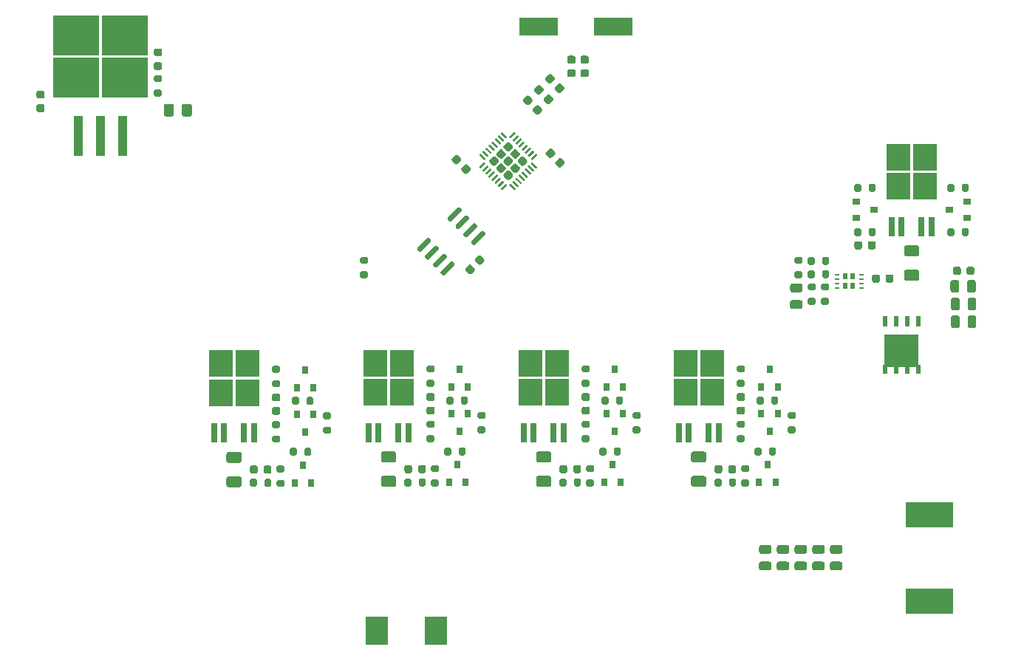
<source format=gtp>
%TF.GenerationSoftware,KiCad,Pcbnew,(5.1.9-0-10_14)*%
%TF.CreationDate,2021-08-31T12:07:11+08:00*%
%TF.ProjectId,pdm,70646d2e-6b69-4636-9164-5f7063625858,rev?*%
%TF.SameCoordinates,Original*%
%TF.FileFunction,Paste,Top*%
%TF.FilePolarity,Positive*%
%FSLAX46Y46*%
G04 Gerber Fmt 4.6, Leading zero omitted, Abs format (unit mm)*
G04 Created by KiCad (PCBNEW (5.1.9-0-10_14)) date 2021-08-31 12:07:11*
%MOMM*%
%LPD*%
G01*
G04 APERTURE LIST*
%ADD10R,5.400000X2.900000*%
%ADD11R,3.910000X3.810000*%
%ADD12R,0.610000X1.020000*%
%ADD13R,0.610000X1.270000*%
%ADD14R,2.500000X3.300000*%
%ADD15R,0.800000X2.200000*%
%ADD16R,2.750000X3.050000*%
%ADD17R,0.900000X0.800000*%
%ADD18R,0.600000X0.250000*%
%ADD19R,0.600000X0.800000*%
%ADD20R,1.100000X4.600000*%
%ADD21R,5.250000X4.550000*%
%ADD22R,0.800000X0.900000*%
%ADD23R,4.500000X2.000000*%
G04 APERTURE END LIST*
%TO.C,U3*%
G36*
G01*
X168464056Y-68340793D02*
X168792861Y-68669598D01*
G75*
G02*
X168792861Y-68998402I-164402J-164402D01*
G01*
X168464056Y-69327207D01*
G75*
G02*
X168135252Y-69327207I-164402J164402D01*
G01*
X167806447Y-68998402D01*
G75*
G02*
X167806447Y-68669598I164402J164402D01*
G01*
X168135252Y-68340793D01*
G75*
G02*
X168464056Y-68340793I164402J-164402D01*
G01*
G37*
G36*
G01*
X169277229Y-69153966D02*
X169606034Y-69482771D01*
G75*
G02*
X169606034Y-69811575I-164402J-164402D01*
G01*
X169277229Y-70140380D01*
G75*
G02*
X168948425Y-70140380I-164402J164402D01*
G01*
X168619620Y-69811575D01*
G75*
G02*
X168619620Y-69482771I164402J164402D01*
G01*
X168948425Y-69153966D01*
G75*
G02*
X169277229Y-69153966I164402J-164402D01*
G01*
G37*
G36*
G01*
X170090402Y-69967139D02*
X170419207Y-70295944D01*
G75*
G02*
X170419207Y-70624748I-164402J-164402D01*
G01*
X170090402Y-70953553D01*
G75*
G02*
X169761598Y-70953553I-164402J164402D01*
G01*
X169432793Y-70624748D01*
G75*
G02*
X169432793Y-70295944I164402J164402D01*
G01*
X169761598Y-69967139D01*
G75*
G02*
X170090402Y-69967139I164402J-164402D01*
G01*
G37*
G36*
G01*
X169277229Y-67527620D02*
X169606034Y-67856425D01*
G75*
G02*
X169606034Y-68185229I-164402J-164402D01*
G01*
X169277229Y-68514034D01*
G75*
G02*
X168948425Y-68514034I-164402J164402D01*
G01*
X168619620Y-68185229D01*
G75*
G02*
X168619620Y-67856425I164402J164402D01*
G01*
X168948425Y-67527620D01*
G75*
G02*
X169277229Y-67527620I164402J-164402D01*
G01*
G37*
G36*
G01*
X170090402Y-68340793D02*
X170419207Y-68669598D01*
G75*
G02*
X170419207Y-68998402I-164402J-164402D01*
G01*
X170090402Y-69327207D01*
G75*
G02*
X169761598Y-69327207I-164402J164402D01*
G01*
X169432793Y-68998402D01*
G75*
G02*
X169432793Y-68669598I164402J164402D01*
G01*
X169761598Y-68340793D01*
G75*
G02*
X170090402Y-68340793I164402J-164402D01*
G01*
G37*
G36*
G01*
X170903575Y-69153966D02*
X171232380Y-69482771D01*
G75*
G02*
X171232380Y-69811575I-164402J-164402D01*
G01*
X170903575Y-70140380D01*
G75*
G02*
X170574771Y-70140380I-164402J164402D01*
G01*
X170245966Y-69811575D01*
G75*
G02*
X170245966Y-69482771I164402J164402D01*
G01*
X170574771Y-69153966D01*
G75*
G02*
X170903575Y-69153966I164402J-164402D01*
G01*
G37*
G36*
G01*
X170090402Y-66714447D02*
X170419207Y-67043252D01*
G75*
G02*
X170419207Y-67372056I-164402J-164402D01*
G01*
X170090402Y-67700861D01*
G75*
G02*
X169761598Y-67700861I-164402J164402D01*
G01*
X169432793Y-67372056D01*
G75*
G02*
X169432793Y-67043252I164402J164402D01*
G01*
X169761598Y-66714447D01*
G75*
G02*
X170090402Y-66714447I164402J-164402D01*
G01*
G37*
G36*
G01*
X170903575Y-67527620D02*
X171232380Y-67856425D01*
G75*
G02*
X171232380Y-68185229I-164402J-164402D01*
G01*
X170903575Y-68514034D01*
G75*
G02*
X170574771Y-68514034I-164402J164402D01*
G01*
X170245966Y-68185229D01*
G75*
G02*
X170245966Y-67856425I164402J164402D01*
G01*
X170574771Y-67527620D01*
G75*
G02*
X170903575Y-67527620I164402J-164402D01*
G01*
G37*
G36*
G01*
X171716748Y-68340793D02*
X172045553Y-68669598D01*
G75*
G02*
X172045553Y-68998402I-164402J-164402D01*
G01*
X171716748Y-69327207D01*
G75*
G02*
X171387944Y-69327207I-164402J164402D01*
G01*
X171059139Y-68998402D01*
G75*
G02*
X171059139Y-68669598I164402J164402D01*
G01*
X171387944Y-68340793D01*
G75*
G02*
X171716748Y-68340793I164402J-164402D01*
G01*
G37*
G36*
G01*
X172710233Y-68966583D02*
X173240563Y-69496913D01*
G75*
G02*
X173240563Y-69585301I-44194J-44194D01*
G01*
X173152175Y-69673689D01*
G75*
G02*
X173063787Y-69673689I-44194J44194D01*
G01*
X172533457Y-69143359D01*
G75*
G02*
X172533457Y-69054971I44194J44194D01*
G01*
X172621845Y-68966583D01*
G75*
G02*
X172710233Y-68966583I44194J-44194D01*
G01*
G37*
G36*
G01*
X172356679Y-69320136D02*
X172887009Y-69850466D01*
G75*
G02*
X172887009Y-69938854I-44194J-44194D01*
G01*
X172798621Y-70027242D01*
G75*
G02*
X172710233Y-70027242I-44194J44194D01*
G01*
X172179903Y-69496912D01*
G75*
G02*
X172179903Y-69408524I44194J44194D01*
G01*
X172268291Y-69320136D01*
G75*
G02*
X172356679Y-69320136I44194J-44194D01*
G01*
G37*
G36*
G01*
X172003126Y-69673690D02*
X172533456Y-70204020D01*
G75*
G02*
X172533456Y-70292408I-44194J-44194D01*
G01*
X172445068Y-70380796D01*
G75*
G02*
X172356680Y-70380796I-44194J44194D01*
G01*
X171826350Y-69850466D01*
G75*
G02*
X171826350Y-69762078I44194J44194D01*
G01*
X171914738Y-69673690D01*
G75*
G02*
X172003126Y-69673690I44194J-44194D01*
G01*
G37*
G36*
G01*
X171649572Y-70027243D02*
X172179902Y-70557573D01*
G75*
G02*
X172179902Y-70645961I-44194J-44194D01*
G01*
X172091514Y-70734349D01*
G75*
G02*
X172003126Y-70734349I-44194J44194D01*
G01*
X171472796Y-70204019D01*
G75*
G02*
X171472796Y-70115631I44194J44194D01*
G01*
X171561184Y-70027243D01*
G75*
G02*
X171649572Y-70027243I44194J-44194D01*
G01*
G37*
G36*
G01*
X171296019Y-70380796D02*
X171826349Y-70911126D01*
G75*
G02*
X171826349Y-70999514I-44194J-44194D01*
G01*
X171737961Y-71087902D01*
G75*
G02*
X171649573Y-71087902I-44194J44194D01*
G01*
X171119243Y-70557572D01*
G75*
G02*
X171119243Y-70469184I44194J44194D01*
G01*
X171207631Y-70380796D01*
G75*
G02*
X171296019Y-70380796I44194J-44194D01*
G01*
G37*
G36*
G01*
X170942466Y-70734350D02*
X171472796Y-71264680D01*
G75*
G02*
X171472796Y-71353068I-44194J-44194D01*
G01*
X171384408Y-71441456D01*
G75*
G02*
X171296020Y-71441456I-44194J44194D01*
G01*
X170765690Y-70911126D01*
G75*
G02*
X170765690Y-70822738I44194J44194D01*
G01*
X170854078Y-70734350D01*
G75*
G02*
X170942466Y-70734350I44194J-44194D01*
G01*
G37*
G36*
G01*
X170588912Y-71087903D02*
X171119242Y-71618233D01*
G75*
G02*
X171119242Y-71706621I-44194J-44194D01*
G01*
X171030854Y-71795009D01*
G75*
G02*
X170942466Y-71795009I-44194J44194D01*
G01*
X170412136Y-71264679D01*
G75*
G02*
X170412136Y-71176291I44194J44194D01*
G01*
X170500524Y-71087903D01*
G75*
G02*
X170588912Y-71087903I44194J-44194D01*
G01*
G37*
G36*
G01*
X170235359Y-71441457D02*
X170765689Y-71971787D01*
G75*
G02*
X170765689Y-72060175I-44194J-44194D01*
G01*
X170677301Y-72148563D01*
G75*
G02*
X170588913Y-72148563I-44194J44194D01*
G01*
X170058583Y-71618233D01*
G75*
G02*
X170058583Y-71529845I44194J44194D01*
G01*
X170146971Y-71441457D01*
G75*
G02*
X170235359Y-71441457I44194J-44194D01*
G01*
G37*
G36*
G01*
X169705029Y-71441457D02*
X169793417Y-71529845D01*
G75*
G02*
X169793417Y-71618233I-44194J-44194D01*
G01*
X169263087Y-72148563D01*
G75*
G02*
X169174699Y-72148563I-44194J44194D01*
G01*
X169086311Y-72060175D01*
G75*
G02*
X169086311Y-71971787I44194J44194D01*
G01*
X169616641Y-71441457D01*
G75*
G02*
X169705029Y-71441457I44194J-44194D01*
G01*
G37*
G36*
G01*
X169351476Y-71087903D02*
X169439864Y-71176291D01*
G75*
G02*
X169439864Y-71264679I-44194J-44194D01*
G01*
X168909534Y-71795009D01*
G75*
G02*
X168821146Y-71795009I-44194J44194D01*
G01*
X168732758Y-71706621D01*
G75*
G02*
X168732758Y-71618233I44194J44194D01*
G01*
X169263088Y-71087903D01*
G75*
G02*
X169351476Y-71087903I44194J-44194D01*
G01*
G37*
G36*
G01*
X168997922Y-70734350D02*
X169086310Y-70822738D01*
G75*
G02*
X169086310Y-70911126I-44194J-44194D01*
G01*
X168555980Y-71441456D01*
G75*
G02*
X168467592Y-71441456I-44194J44194D01*
G01*
X168379204Y-71353068D01*
G75*
G02*
X168379204Y-71264680I44194J44194D01*
G01*
X168909534Y-70734350D01*
G75*
G02*
X168997922Y-70734350I44194J-44194D01*
G01*
G37*
G36*
G01*
X168644369Y-70380796D02*
X168732757Y-70469184D01*
G75*
G02*
X168732757Y-70557572I-44194J-44194D01*
G01*
X168202427Y-71087902D01*
G75*
G02*
X168114039Y-71087902I-44194J44194D01*
G01*
X168025651Y-70999514D01*
G75*
G02*
X168025651Y-70911126I44194J44194D01*
G01*
X168555981Y-70380796D01*
G75*
G02*
X168644369Y-70380796I44194J-44194D01*
G01*
G37*
G36*
G01*
X168290816Y-70027243D02*
X168379204Y-70115631D01*
G75*
G02*
X168379204Y-70204019I-44194J-44194D01*
G01*
X167848874Y-70734349D01*
G75*
G02*
X167760486Y-70734349I-44194J44194D01*
G01*
X167672098Y-70645961D01*
G75*
G02*
X167672098Y-70557573I44194J44194D01*
G01*
X168202428Y-70027243D01*
G75*
G02*
X168290816Y-70027243I44194J-44194D01*
G01*
G37*
G36*
G01*
X167937262Y-69673690D02*
X168025650Y-69762078D01*
G75*
G02*
X168025650Y-69850466I-44194J-44194D01*
G01*
X167495320Y-70380796D01*
G75*
G02*
X167406932Y-70380796I-44194J44194D01*
G01*
X167318544Y-70292408D01*
G75*
G02*
X167318544Y-70204020I44194J44194D01*
G01*
X167848874Y-69673690D01*
G75*
G02*
X167937262Y-69673690I44194J-44194D01*
G01*
G37*
G36*
G01*
X167583709Y-69320136D02*
X167672097Y-69408524D01*
G75*
G02*
X167672097Y-69496912I-44194J-44194D01*
G01*
X167141767Y-70027242D01*
G75*
G02*
X167053379Y-70027242I-44194J44194D01*
G01*
X166964991Y-69938854D01*
G75*
G02*
X166964991Y-69850466I44194J44194D01*
G01*
X167495321Y-69320136D01*
G75*
G02*
X167583709Y-69320136I44194J-44194D01*
G01*
G37*
G36*
G01*
X167230155Y-68966583D02*
X167318543Y-69054971D01*
G75*
G02*
X167318543Y-69143359I-44194J-44194D01*
G01*
X166788213Y-69673689D01*
G75*
G02*
X166699825Y-69673689I-44194J44194D01*
G01*
X166611437Y-69585301D01*
G75*
G02*
X166611437Y-69496913I44194J44194D01*
G01*
X167141767Y-68966583D01*
G75*
G02*
X167230155Y-68966583I44194J-44194D01*
G01*
G37*
G36*
G01*
X166788213Y-67994311D02*
X167318543Y-68524641D01*
G75*
G02*
X167318543Y-68613029I-44194J-44194D01*
G01*
X167230155Y-68701417D01*
G75*
G02*
X167141767Y-68701417I-44194J44194D01*
G01*
X166611437Y-68171087D01*
G75*
G02*
X166611437Y-68082699I44194J44194D01*
G01*
X166699825Y-67994311D01*
G75*
G02*
X166788213Y-67994311I44194J-44194D01*
G01*
G37*
G36*
G01*
X167141767Y-67640758D02*
X167672097Y-68171088D01*
G75*
G02*
X167672097Y-68259476I-44194J-44194D01*
G01*
X167583709Y-68347864D01*
G75*
G02*
X167495321Y-68347864I-44194J44194D01*
G01*
X166964991Y-67817534D01*
G75*
G02*
X166964991Y-67729146I44194J44194D01*
G01*
X167053379Y-67640758D01*
G75*
G02*
X167141767Y-67640758I44194J-44194D01*
G01*
G37*
G36*
G01*
X167495320Y-67287204D02*
X168025650Y-67817534D01*
G75*
G02*
X168025650Y-67905922I-44194J-44194D01*
G01*
X167937262Y-67994310D01*
G75*
G02*
X167848874Y-67994310I-44194J44194D01*
G01*
X167318544Y-67463980D01*
G75*
G02*
X167318544Y-67375592I44194J44194D01*
G01*
X167406932Y-67287204D01*
G75*
G02*
X167495320Y-67287204I44194J-44194D01*
G01*
G37*
G36*
G01*
X167848874Y-66933651D02*
X168379204Y-67463981D01*
G75*
G02*
X168379204Y-67552369I-44194J-44194D01*
G01*
X168290816Y-67640757D01*
G75*
G02*
X168202428Y-67640757I-44194J44194D01*
G01*
X167672098Y-67110427D01*
G75*
G02*
X167672098Y-67022039I44194J44194D01*
G01*
X167760486Y-66933651D01*
G75*
G02*
X167848874Y-66933651I44194J-44194D01*
G01*
G37*
G36*
G01*
X168202427Y-66580098D02*
X168732757Y-67110428D01*
G75*
G02*
X168732757Y-67198816I-44194J-44194D01*
G01*
X168644369Y-67287204D01*
G75*
G02*
X168555981Y-67287204I-44194J44194D01*
G01*
X168025651Y-66756874D01*
G75*
G02*
X168025651Y-66668486I44194J44194D01*
G01*
X168114039Y-66580098D01*
G75*
G02*
X168202427Y-66580098I44194J-44194D01*
G01*
G37*
G36*
G01*
X168555980Y-66226544D02*
X169086310Y-66756874D01*
G75*
G02*
X169086310Y-66845262I-44194J-44194D01*
G01*
X168997922Y-66933650D01*
G75*
G02*
X168909534Y-66933650I-44194J44194D01*
G01*
X168379204Y-66403320D01*
G75*
G02*
X168379204Y-66314932I44194J44194D01*
G01*
X168467592Y-66226544D01*
G75*
G02*
X168555980Y-66226544I44194J-44194D01*
G01*
G37*
G36*
G01*
X168909534Y-65872991D02*
X169439864Y-66403321D01*
G75*
G02*
X169439864Y-66491709I-44194J-44194D01*
G01*
X169351476Y-66580097D01*
G75*
G02*
X169263088Y-66580097I-44194J44194D01*
G01*
X168732758Y-66049767D01*
G75*
G02*
X168732758Y-65961379I44194J44194D01*
G01*
X168821146Y-65872991D01*
G75*
G02*
X168909534Y-65872991I44194J-44194D01*
G01*
G37*
G36*
G01*
X169263087Y-65519437D02*
X169793417Y-66049767D01*
G75*
G02*
X169793417Y-66138155I-44194J-44194D01*
G01*
X169705029Y-66226543D01*
G75*
G02*
X169616641Y-66226543I-44194J44194D01*
G01*
X169086311Y-65696213D01*
G75*
G02*
X169086311Y-65607825I44194J44194D01*
G01*
X169174699Y-65519437D01*
G75*
G02*
X169263087Y-65519437I44194J-44194D01*
G01*
G37*
G36*
G01*
X170677301Y-65519437D02*
X170765689Y-65607825D01*
G75*
G02*
X170765689Y-65696213I-44194J-44194D01*
G01*
X170235359Y-66226543D01*
G75*
G02*
X170146971Y-66226543I-44194J44194D01*
G01*
X170058583Y-66138155D01*
G75*
G02*
X170058583Y-66049767I44194J44194D01*
G01*
X170588913Y-65519437D01*
G75*
G02*
X170677301Y-65519437I44194J-44194D01*
G01*
G37*
G36*
G01*
X171030854Y-65872991D02*
X171119242Y-65961379D01*
G75*
G02*
X171119242Y-66049767I-44194J-44194D01*
G01*
X170588912Y-66580097D01*
G75*
G02*
X170500524Y-66580097I-44194J44194D01*
G01*
X170412136Y-66491709D01*
G75*
G02*
X170412136Y-66403321I44194J44194D01*
G01*
X170942466Y-65872991D01*
G75*
G02*
X171030854Y-65872991I44194J-44194D01*
G01*
G37*
G36*
G01*
X171384408Y-66226544D02*
X171472796Y-66314932D01*
G75*
G02*
X171472796Y-66403320I-44194J-44194D01*
G01*
X170942466Y-66933650D01*
G75*
G02*
X170854078Y-66933650I-44194J44194D01*
G01*
X170765690Y-66845262D01*
G75*
G02*
X170765690Y-66756874I44194J44194D01*
G01*
X171296020Y-66226544D01*
G75*
G02*
X171384408Y-66226544I44194J-44194D01*
G01*
G37*
G36*
G01*
X171737961Y-66580098D02*
X171826349Y-66668486D01*
G75*
G02*
X171826349Y-66756874I-44194J-44194D01*
G01*
X171296019Y-67287204D01*
G75*
G02*
X171207631Y-67287204I-44194J44194D01*
G01*
X171119243Y-67198816D01*
G75*
G02*
X171119243Y-67110428I44194J44194D01*
G01*
X171649573Y-66580098D01*
G75*
G02*
X171737961Y-66580098I44194J-44194D01*
G01*
G37*
G36*
G01*
X172091514Y-66933651D02*
X172179902Y-67022039D01*
G75*
G02*
X172179902Y-67110427I-44194J-44194D01*
G01*
X171649572Y-67640757D01*
G75*
G02*
X171561184Y-67640757I-44194J44194D01*
G01*
X171472796Y-67552369D01*
G75*
G02*
X171472796Y-67463981I44194J44194D01*
G01*
X172003126Y-66933651D01*
G75*
G02*
X172091514Y-66933651I44194J-44194D01*
G01*
G37*
G36*
G01*
X172445068Y-67287204D02*
X172533456Y-67375592D01*
G75*
G02*
X172533456Y-67463980I-44194J-44194D01*
G01*
X172003126Y-67994310D01*
G75*
G02*
X171914738Y-67994310I-44194J44194D01*
G01*
X171826350Y-67905922D01*
G75*
G02*
X171826350Y-67817534I44194J44194D01*
G01*
X172356680Y-67287204D01*
G75*
G02*
X172445068Y-67287204I44194J-44194D01*
G01*
G37*
G36*
G01*
X172798621Y-67640758D02*
X172887009Y-67729146D01*
G75*
G02*
X172887009Y-67817534I-44194J-44194D01*
G01*
X172356679Y-68347864D01*
G75*
G02*
X172268291Y-68347864I-44194J44194D01*
G01*
X172179903Y-68259476D01*
G75*
G02*
X172179903Y-68171088I44194J44194D01*
G01*
X172710233Y-67640758D01*
G75*
G02*
X172798621Y-67640758I44194J-44194D01*
G01*
G37*
G36*
G01*
X173152175Y-67994311D02*
X173240563Y-68082699D01*
G75*
G02*
X173240563Y-68171087I-44194J-44194D01*
G01*
X172710233Y-68701417D01*
G75*
G02*
X172621845Y-68701417I-44194J44194D01*
G01*
X172533457Y-68613029D01*
G75*
G02*
X172533457Y-68524641I44194J44194D01*
G01*
X173063787Y-67994311D01*
G75*
G02*
X173152175Y-67994311I44194J-44194D01*
G01*
G37*
%TD*%
D10*
%TO.C,L1*%
X218216000Y-119250000D03*
X218216000Y-109350000D03*
%TD*%
%TO.C,C9*%
G36*
G01*
X132517000Y-63467000D02*
X132517000Y-62517000D01*
G75*
G02*
X132767000Y-62267000I250000J0D01*
G01*
X133442000Y-62267000D01*
G75*
G02*
X133692000Y-62517000I0J-250000D01*
G01*
X133692000Y-63467000D01*
G75*
G02*
X133442000Y-63717000I-250000J0D01*
G01*
X132767000Y-63717000D01*
G75*
G02*
X132517000Y-63467000I0J250000D01*
G01*
G37*
G36*
G01*
X130442000Y-63467000D02*
X130442000Y-62517000D01*
G75*
G02*
X130692000Y-62267000I250000J0D01*
G01*
X131367000Y-62267000D01*
G75*
G02*
X131617000Y-62517000I0J-250000D01*
G01*
X131617000Y-63467000D01*
G75*
G02*
X131367000Y-63717000I-250000J0D01*
G01*
X130692000Y-63717000D01*
G75*
G02*
X130442000Y-63467000I0J250000D01*
G01*
G37*
%TD*%
%TO.C,C10*%
G36*
G01*
X175206967Y-59537413D02*
X174853413Y-59890967D01*
G75*
G02*
X174535215Y-59890967I-159099J159099D01*
G01*
X174217017Y-59572769D01*
G75*
G02*
X174217017Y-59254571I159099J159099D01*
G01*
X174570571Y-58901017D01*
G75*
G02*
X174888769Y-58901017I159099J-159099D01*
G01*
X175206967Y-59219215D01*
G75*
G02*
X175206967Y-59537413I-159099J-159099D01*
G01*
G37*
G36*
G01*
X176302983Y-60633429D02*
X175949429Y-60986983D01*
G75*
G02*
X175631231Y-60986983I-159099J159099D01*
G01*
X175313033Y-60668785D01*
G75*
G02*
X175313033Y-60350587I159099J159099D01*
G01*
X175666587Y-59997033D01*
G75*
G02*
X175984785Y-59997033I159099J-159099D01*
G01*
X176302983Y-60315231D01*
G75*
G02*
X176302983Y-60633429I-159099J-159099D01*
G01*
G37*
%TD*%
%TO.C,C26*%
G36*
G01*
X203929000Y-113850000D02*
X202979000Y-113850000D01*
G75*
G02*
X202729000Y-113600000I0J250000D01*
G01*
X202729000Y-113100000D01*
G75*
G02*
X202979000Y-112850000I250000J0D01*
G01*
X203929000Y-112850000D01*
G75*
G02*
X204179000Y-113100000I0J-250000D01*
G01*
X204179000Y-113600000D01*
G75*
G02*
X203929000Y-113850000I-250000J0D01*
G01*
G37*
G36*
G01*
X203929000Y-115750000D02*
X202979000Y-115750000D01*
G75*
G02*
X202729000Y-115500000I0J250000D01*
G01*
X202729000Y-115000000D01*
G75*
G02*
X202979000Y-114750000I250000J0D01*
G01*
X203929000Y-114750000D01*
G75*
G02*
X204179000Y-115000000I0J-250000D01*
G01*
X204179000Y-115500000D01*
G75*
G02*
X203929000Y-115750000I-250000J0D01*
G01*
G37*
%TD*%
%TO.C,C25*%
G36*
G01*
X205961000Y-113850000D02*
X205011000Y-113850000D01*
G75*
G02*
X204761000Y-113600000I0J250000D01*
G01*
X204761000Y-113100000D01*
G75*
G02*
X205011000Y-112850000I250000J0D01*
G01*
X205961000Y-112850000D01*
G75*
G02*
X206211000Y-113100000I0J-250000D01*
G01*
X206211000Y-113600000D01*
G75*
G02*
X205961000Y-113850000I-250000J0D01*
G01*
G37*
G36*
G01*
X205961000Y-115750000D02*
X205011000Y-115750000D01*
G75*
G02*
X204761000Y-115500000I0J250000D01*
G01*
X204761000Y-115000000D01*
G75*
G02*
X205011000Y-114750000I250000J0D01*
G01*
X205961000Y-114750000D01*
G75*
G02*
X206211000Y-115000000I0J-250000D01*
G01*
X206211000Y-115500000D01*
G75*
G02*
X205961000Y-115750000I-250000J0D01*
G01*
G37*
%TD*%
%TO.C,C22*%
G36*
G01*
X199865000Y-113850000D02*
X198915000Y-113850000D01*
G75*
G02*
X198665000Y-113600000I0J250000D01*
G01*
X198665000Y-113100000D01*
G75*
G02*
X198915000Y-112850000I250000J0D01*
G01*
X199865000Y-112850000D01*
G75*
G02*
X200115000Y-113100000I0J-250000D01*
G01*
X200115000Y-113600000D01*
G75*
G02*
X199865000Y-113850000I-250000J0D01*
G01*
G37*
G36*
G01*
X199865000Y-115750000D02*
X198915000Y-115750000D01*
G75*
G02*
X198665000Y-115500000I0J250000D01*
G01*
X198665000Y-115000000D01*
G75*
G02*
X198915000Y-114750000I250000J0D01*
G01*
X199865000Y-114750000D01*
G75*
G02*
X200115000Y-115000000I0J-250000D01*
G01*
X200115000Y-115500000D01*
G75*
G02*
X199865000Y-115750000I-250000J0D01*
G01*
G37*
%TD*%
%TO.C,C21*%
G36*
G01*
X201897000Y-113850000D02*
X200947000Y-113850000D01*
G75*
G02*
X200697000Y-113600000I0J250000D01*
G01*
X200697000Y-113100000D01*
G75*
G02*
X200947000Y-112850000I250000J0D01*
G01*
X201897000Y-112850000D01*
G75*
G02*
X202147000Y-113100000I0J-250000D01*
G01*
X202147000Y-113600000D01*
G75*
G02*
X201897000Y-113850000I-250000J0D01*
G01*
G37*
G36*
G01*
X201897000Y-115750000D02*
X200947000Y-115750000D01*
G75*
G02*
X200697000Y-115500000I0J250000D01*
G01*
X200697000Y-115000000D01*
G75*
G02*
X200947000Y-114750000I250000J0D01*
G01*
X201897000Y-114750000D01*
G75*
G02*
X202147000Y-115000000I0J-250000D01*
G01*
X202147000Y-115500000D01*
G75*
G02*
X201897000Y-115750000I-250000J0D01*
G01*
G37*
%TD*%
%TO.C,C20*%
G36*
G01*
X203421000Y-83878000D02*
X202471000Y-83878000D01*
G75*
G02*
X202221000Y-83628000I0J250000D01*
G01*
X202221000Y-83128000D01*
G75*
G02*
X202471000Y-82878000I250000J0D01*
G01*
X203421000Y-82878000D01*
G75*
G02*
X203671000Y-83128000I0J-250000D01*
G01*
X203671000Y-83628000D01*
G75*
G02*
X203421000Y-83878000I-250000J0D01*
G01*
G37*
G36*
G01*
X203421000Y-85778000D02*
X202471000Y-85778000D01*
G75*
G02*
X202221000Y-85528000I0J250000D01*
G01*
X202221000Y-85028000D01*
G75*
G02*
X202471000Y-84778000I250000J0D01*
G01*
X203421000Y-84778000D01*
G75*
G02*
X203671000Y-85028000I0J-250000D01*
G01*
X203671000Y-85528000D01*
G75*
G02*
X203421000Y-85778000I-250000J0D01*
G01*
G37*
%TD*%
%TO.C,C8*%
G36*
G01*
X172666967Y-62015782D02*
X172313413Y-62369336D01*
G75*
G02*
X171995215Y-62369336I-159099J159099D01*
G01*
X171677017Y-62051138D01*
G75*
G02*
X171677017Y-61732940I159099J159099D01*
G01*
X172030571Y-61379386D01*
G75*
G02*
X172348769Y-61379386I159099J-159099D01*
G01*
X172666967Y-61697584D01*
G75*
G02*
X172666967Y-62015782I-159099J-159099D01*
G01*
G37*
G36*
G01*
X173762983Y-63111798D02*
X173409429Y-63465352D01*
G75*
G02*
X173091231Y-63465352I-159099J159099D01*
G01*
X172773033Y-63147154D01*
G75*
G02*
X172773033Y-62828956I159099J159099D01*
G01*
X173126587Y-62475402D01*
G75*
G02*
X173444785Y-62475402I159099J-159099D01*
G01*
X173762983Y-62793600D01*
G75*
G02*
X173762983Y-63111798I-159099J-159099D01*
G01*
G37*
%TD*%
%TO.C,C7*%
G36*
G01*
X173936967Y-60807413D02*
X173583413Y-61160967D01*
G75*
G02*
X173265215Y-61160967I-159099J159099D01*
G01*
X172947017Y-60842769D01*
G75*
G02*
X172947017Y-60524571I159099J159099D01*
G01*
X173300571Y-60171017D01*
G75*
G02*
X173618769Y-60171017I159099J-159099D01*
G01*
X173936967Y-60489215D01*
G75*
G02*
X173936967Y-60807413I-159099J-159099D01*
G01*
G37*
G36*
G01*
X175032983Y-61903429D02*
X174679429Y-62256983D01*
G75*
G02*
X174361231Y-62256983I-159099J159099D01*
G01*
X174043033Y-61938785D01*
G75*
G02*
X174043033Y-61620587I159099J159099D01*
G01*
X174396587Y-61267033D01*
G75*
G02*
X174714785Y-61267033I159099J-159099D01*
G01*
X175032983Y-61585231D01*
G75*
G02*
X175032983Y-61903429I-159099J-159099D01*
G01*
G37*
%TD*%
%TO.C,C5*%
G36*
G01*
X175367187Y-68881377D02*
X175720741Y-68527823D01*
G75*
G02*
X176038939Y-68527823I159099J-159099D01*
G01*
X176357137Y-68846021D01*
G75*
G02*
X176357137Y-69164219I-159099J-159099D01*
G01*
X176003583Y-69517773D01*
G75*
G02*
X175685385Y-69517773I-159099J159099D01*
G01*
X175367187Y-69199575D01*
G75*
G02*
X175367187Y-68881377I159099J159099D01*
G01*
G37*
G36*
G01*
X174271171Y-67785361D02*
X174624725Y-67431807D01*
G75*
G02*
X174942923Y-67431807I159099J-159099D01*
G01*
X175261121Y-67750005D01*
G75*
G02*
X175261121Y-68068203I-159099J-159099D01*
G01*
X174907567Y-68421757D01*
G75*
G02*
X174589369Y-68421757I-159099J159099D01*
G01*
X174271171Y-68103559D01*
G75*
G02*
X174271171Y-67785361I159099J159099D01*
G01*
G37*
%TD*%
%TO.C,C4*%
G36*
G01*
X164484813Y-68786623D02*
X164131259Y-69140177D01*
G75*
G02*
X163813061Y-69140177I-159099J159099D01*
G01*
X163494863Y-68821979D01*
G75*
G02*
X163494863Y-68503781I159099J159099D01*
G01*
X163848417Y-68150227D01*
G75*
G02*
X164166615Y-68150227I159099J-159099D01*
G01*
X164484813Y-68468425D01*
G75*
G02*
X164484813Y-68786623I-159099J-159099D01*
G01*
G37*
G36*
G01*
X165580829Y-69882639D02*
X165227275Y-70236193D01*
G75*
G02*
X164909077Y-70236193I-159099J159099D01*
G01*
X164590879Y-69917995D01*
G75*
G02*
X164590879Y-69599797I159099J159099D01*
G01*
X164944433Y-69246243D01*
G75*
G02*
X165262631Y-69246243I159099J-159099D01*
G01*
X165580829Y-69564441D01*
G75*
G02*
X165580829Y-69882639I-159099J-159099D01*
G01*
G37*
%TD*%
%TO.C,C23*%
G36*
G01*
X207993000Y-113850000D02*
X207043000Y-113850000D01*
G75*
G02*
X206793000Y-113600000I0J250000D01*
G01*
X206793000Y-113100000D01*
G75*
G02*
X207043000Y-112850000I250000J0D01*
G01*
X207993000Y-112850000D01*
G75*
G02*
X208243000Y-113100000I0J-250000D01*
G01*
X208243000Y-113600000D01*
G75*
G02*
X207993000Y-113850000I-250000J0D01*
G01*
G37*
G36*
G01*
X207993000Y-115750000D02*
X207043000Y-115750000D01*
G75*
G02*
X206793000Y-115500000I0J250000D01*
G01*
X206793000Y-115000000D01*
G75*
G02*
X207043000Y-114750000I250000J0D01*
G01*
X207993000Y-114750000D01*
G75*
G02*
X208243000Y-115000000I0J-250000D01*
G01*
X208243000Y-115500000D01*
G75*
G02*
X207993000Y-115750000I-250000J0D01*
G01*
G37*
%TD*%
%TO.C,C18*%
G36*
G01*
X221673000Y-84742000D02*
X221673000Y-85692000D01*
G75*
G02*
X221423000Y-85942000I-250000J0D01*
G01*
X220923000Y-85942000D01*
G75*
G02*
X220673000Y-85692000I0J250000D01*
G01*
X220673000Y-84742000D01*
G75*
G02*
X220923000Y-84492000I250000J0D01*
G01*
X221423000Y-84492000D01*
G75*
G02*
X221673000Y-84742000I0J-250000D01*
G01*
G37*
G36*
G01*
X223573000Y-84742000D02*
X223573000Y-85692000D01*
G75*
G02*
X223323000Y-85942000I-250000J0D01*
G01*
X222823000Y-85942000D01*
G75*
G02*
X222573000Y-85692000I0J250000D01*
G01*
X222573000Y-84742000D01*
G75*
G02*
X222823000Y-84492000I250000J0D01*
G01*
X223323000Y-84492000D01*
G75*
G02*
X223573000Y-84742000I0J-250000D01*
G01*
G37*
%TD*%
%TO.C,C16*%
G36*
G01*
X221606999Y-82710000D02*
X221606999Y-83660000D01*
G75*
G02*
X221356999Y-83910000I-250000J0D01*
G01*
X220856999Y-83910000D01*
G75*
G02*
X220606999Y-83660000I0J250000D01*
G01*
X220606999Y-82710000D01*
G75*
G02*
X220856999Y-82460000I250000J0D01*
G01*
X221356999Y-82460000D01*
G75*
G02*
X221606999Y-82710000I0J-250000D01*
G01*
G37*
G36*
G01*
X223506999Y-82710000D02*
X223506999Y-83660000D01*
G75*
G02*
X223256999Y-83910000I-250000J0D01*
G01*
X222756999Y-83910000D01*
G75*
G02*
X222506999Y-83660000I0J250000D01*
G01*
X222506999Y-82710000D01*
G75*
G02*
X222756999Y-82460000I250000J0D01*
G01*
X223256999Y-82460000D01*
G75*
G02*
X223506999Y-82710000I0J-250000D01*
G01*
G37*
%TD*%
%TO.C,C12*%
G36*
G01*
X221673000Y-86774000D02*
X221673000Y-87724000D01*
G75*
G02*
X221423000Y-87974000I-250000J0D01*
G01*
X220923000Y-87974000D01*
G75*
G02*
X220673000Y-87724000I0J250000D01*
G01*
X220673000Y-86774000D01*
G75*
G02*
X220923000Y-86524000I250000J0D01*
G01*
X221423000Y-86524000D01*
G75*
G02*
X221673000Y-86774000I0J-250000D01*
G01*
G37*
G36*
G01*
X223573000Y-86774000D02*
X223573000Y-87724000D01*
G75*
G02*
X223323000Y-87974000I-250000J0D01*
G01*
X222823000Y-87974000D01*
G75*
G02*
X222573000Y-87724000I0J250000D01*
G01*
X222573000Y-86774000D01*
G75*
G02*
X222823000Y-86524000I250000J0D01*
G01*
X223323000Y-86524000D01*
G75*
G02*
X223573000Y-86774000I0J-250000D01*
G01*
G37*
%TD*%
D11*
%TO.C,Q15*%
X215011000Y-90551000D03*
D12*
X216916000Y-92656000D03*
X215646000Y-92656000D03*
X214376000Y-92656000D03*
X213106000Y-92656000D03*
D13*
X213106000Y-87191000D03*
X214376000Y-87191000D03*
X215646000Y-87191000D03*
X216916000Y-87191000D03*
%TD*%
D14*
%TO.C,D2*%
X161642000Y-122682000D03*
X154842000Y-122682000D03*
%TD*%
D15*
%TO.C,U7*%
X213874000Y-76336000D03*
X215014000Y-76336000D03*
X217294000Y-76336000D03*
X218434000Y-76336000D03*
D16*
X217679000Y-68361000D03*
X214629000Y-71711000D03*
X214629000Y-68361000D03*
X217679000Y-71711000D03*
%TD*%
%TO.C,R31*%
G36*
G01*
X221063000Y-76687000D02*
X221063000Y-77237000D01*
G75*
G02*
X220863000Y-77437000I-200000J0D01*
G01*
X220463000Y-77437000D01*
G75*
G02*
X220263000Y-77237000I0J200000D01*
G01*
X220263000Y-76687000D01*
G75*
G02*
X220463000Y-76487000I200000J0D01*
G01*
X220863000Y-76487000D01*
G75*
G02*
X221063000Y-76687000I0J-200000D01*
G01*
G37*
G36*
G01*
X222713000Y-76687000D02*
X222713000Y-77237000D01*
G75*
G02*
X222513000Y-77437000I-200000J0D01*
G01*
X222113000Y-77437000D01*
G75*
G02*
X221913000Y-77237000I0J200000D01*
G01*
X221913000Y-76687000D01*
G75*
G02*
X222113000Y-76487000I200000J0D01*
G01*
X222513000Y-76487000D01*
G75*
G02*
X222713000Y-76687000I0J-200000D01*
G01*
G37*
%TD*%
%TO.C,R30*%
G36*
G01*
X221913000Y-72157000D02*
X221913000Y-71607000D01*
G75*
G02*
X222113000Y-71407000I200000J0D01*
G01*
X222513000Y-71407000D01*
G75*
G02*
X222713000Y-71607000I0J-200000D01*
G01*
X222713000Y-72157000D01*
G75*
G02*
X222513000Y-72357000I-200000J0D01*
G01*
X222113000Y-72357000D01*
G75*
G02*
X221913000Y-72157000I0J200000D01*
G01*
G37*
G36*
G01*
X220263000Y-72157000D02*
X220263000Y-71607000D01*
G75*
G02*
X220463000Y-71407000I200000J0D01*
G01*
X220863000Y-71407000D01*
G75*
G02*
X221063000Y-71607000I0J-200000D01*
G01*
X221063000Y-72157000D01*
G75*
G02*
X220863000Y-72357000I-200000J0D01*
G01*
X220463000Y-72357000D01*
G75*
G02*
X220263000Y-72157000I0J200000D01*
G01*
G37*
%TD*%
%TO.C,R9*%
G36*
G01*
X210395000Y-76687000D02*
X210395000Y-77237000D01*
G75*
G02*
X210195000Y-77437000I-200000J0D01*
G01*
X209795000Y-77437000D01*
G75*
G02*
X209595000Y-77237000I0J200000D01*
G01*
X209595000Y-76687000D01*
G75*
G02*
X209795000Y-76487000I200000J0D01*
G01*
X210195000Y-76487000D01*
G75*
G02*
X210395000Y-76687000I0J-200000D01*
G01*
G37*
G36*
G01*
X212045000Y-76687000D02*
X212045000Y-77237000D01*
G75*
G02*
X211845000Y-77437000I-200000J0D01*
G01*
X211445000Y-77437000D01*
G75*
G02*
X211245000Y-77237000I0J200000D01*
G01*
X211245000Y-76687000D01*
G75*
G02*
X211445000Y-76487000I200000J0D01*
G01*
X211845000Y-76487000D01*
G75*
G02*
X212045000Y-76687000I0J-200000D01*
G01*
G37*
%TD*%
%TO.C,R8*%
G36*
G01*
X210395000Y-71606999D02*
X210395000Y-72156999D01*
G75*
G02*
X210195000Y-72356999I-200000J0D01*
G01*
X209795000Y-72356999D01*
G75*
G02*
X209595000Y-72156999I0J200000D01*
G01*
X209595000Y-71606999D01*
G75*
G02*
X209795000Y-71406999I200000J0D01*
G01*
X210195000Y-71406999D01*
G75*
G02*
X210395000Y-71606999I0J-200000D01*
G01*
G37*
G36*
G01*
X212045000Y-71606999D02*
X212045000Y-72156999D01*
G75*
G02*
X211845000Y-72356999I-200000J0D01*
G01*
X211445000Y-72356999D01*
G75*
G02*
X211245000Y-72156999I0J200000D01*
G01*
X211245000Y-71606999D01*
G75*
G02*
X211445000Y-71406999I200000J0D01*
G01*
X211845000Y-71406999D01*
G75*
G02*
X212045000Y-71606999I0J-200000D01*
G01*
G37*
%TD*%
D17*
%TO.C,Q11*%
X211820000Y-74422000D03*
X209820000Y-75372000D03*
X209820000Y-73472000D03*
%TD*%
%TO.C,Q10*%
X220488000Y-74422000D03*
X222488000Y-73472000D03*
X222488000Y-75372000D03*
%TD*%
%TO.C,C17*%
G36*
G01*
X210495000Y-78236001D02*
X210495000Y-78736001D01*
G75*
G02*
X210270000Y-78961001I-225000J0D01*
G01*
X209820000Y-78961001D01*
G75*
G02*
X209595000Y-78736001I0J225000D01*
G01*
X209595000Y-78236001D01*
G75*
G02*
X209820000Y-78011001I225000J0D01*
G01*
X210270000Y-78011001D01*
G75*
G02*
X210495000Y-78236001I0J-225000D01*
G01*
G37*
G36*
G01*
X212045000Y-78236001D02*
X212045000Y-78736001D01*
G75*
G02*
X211820000Y-78961001I-225000J0D01*
G01*
X211370000Y-78961001D01*
G75*
G02*
X211145000Y-78736001I0J225000D01*
G01*
X211145000Y-78236001D01*
G75*
G02*
X211370000Y-78011001I225000J0D01*
G01*
X211820000Y-78011001D01*
G75*
G02*
X212045000Y-78236001I0J-225000D01*
G01*
G37*
%TD*%
D18*
%TO.C,U8*%
X207584000Y-82842000D03*
X210384000Y-82342000D03*
X210384000Y-81842000D03*
X207584000Y-81842000D03*
X207584000Y-82342000D03*
X207584000Y-83342000D03*
X210384000Y-83342000D03*
X210384000Y-82842000D03*
D19*
X208534000Y-82042000D03*
X209434000Y-82042000D03*
X208534000Y-83142000D03*
X209434000Y-83142000D03*
%TD*%
%TO.C,R37*%
G36*
G01*
X202925000Y-81451000D02*
X203475000Y-81451000D01*
G75*
G02*
X203675000Y-81651000I0J-200000D01*
G01*
X203675000Y-82051000D01*
G75*
G02*
X203475000Y-82251000I-200000J0D01*
G01*
X202925000Y-82251000D01*
G75*
G02*
X202725000Y-82051000I0J200000D01*
G01*
X202725000Y-81651000D01*
G75*
G02*
X202925000Y-81451000I200000J0D01*
G01*
G37*
G36*
G01*
X202925000Y-79801000D02*
X203475000Y-79801000D01*
G75*
G02*
X203675000Y-80001000I0J-200000D01*
G01*
X203675000Y-80401000D01*
G75*
G02*
X203475000Y-80601000I-200000J0D01*
G01*
X202925000Y-80601000D01*
G75*
G02*
X202725000Y-80401000I0J200000D01*
G01*
X202725000Y-80001000D01*
G75*
G02*
X202925000Y-79801000I200000J0D01*
G01*
G37*
%TD*%
%TO.C,R36*%
G36*
G01*
X205973000Y-84499000D02*
X206523000Y-84499000D01*
G75*
G02*
X206723000Y-84699000I0J-200000D01*
G01*
X206723000Y-85099000D01*
G75*
G02*
X206523000Y-85299000I-200000J0D01*
G01*
X205973000Y-85299000D01*
G75*
G02*
X205773000Y-85099000I0J200000D01*
G01*
X205773000Y-84699000D01*
G75*
G02*
X205973000Y-84499000I200000J0D01*
G01*
G37*
G36*
G01*
X205973000Y-82849000D02*
X206523000Y-82849000D01*
G75*
G02*
X206723000Y-83049000I0J-200000D01*
G01*
X206723000Y-83449000D01*
G75*
G02*
X206523000Y-83649000I-200000J0D01*
G01*
X205973000Y-83649000D01*
G75*
G02*
X205773000Y-83449000I0J200000D01*
G01*
X205773000Y-83049000D01*
G75*
G02*
X205973000Y-82849000I200000J0D01*
G01*
G37*
%TD*%
%TO.C,R35*%
G36*
G01*
X204999000Y-83649000D02*
X204449000Y-83649000D01*
G75*
G02*
X204249000Y-83449000I0J200000D01*
G01*
X204249000Y-83049000D01*
G75*
G02*
X204449000Y-82849000I200000J0D01*
G01*
X204999000Y-82849000D01*
G75*
G02*
X205199000Y-83049000I0J-200000D01*
G01*
X205199000Y-83449000D01*
G75*
G02*
X204999000Y-83649000I-200000J0D01*
G01*
G37*
G36*
G01*
X204999000Y-85299000D02*
X204449000Y-85299000D01*
G75*
G02*
X204249000Y-85099000I0J200000D01*
G01*
X204249000Y-84699000D01*
G75*
G02*
X204449000Y-84499000I200000J0D01*
G01*
X204999000Y-84499000D01*
G75*
G02*
X205199000Y-84699000I0J-200000D01*
G01*
X205199000Y-85099000D01*
G75*
G02*
X204999000Y-85299000I-200000J0D01*
G01*
G37*
%TD*%
%TO.C,R33*%
G36*
G01*
X205061000Y-79989000D02*
X205061000Y-80539000D01*
G75*
G02*
X204861000Y-80739000I-200000J0D01*
G01*
X204461000Y-80739000D01*
G75*
G02*
X204261000Y-80539000I0J200000D01*
G01*
X204261000Y-79989000D01*
G75*
G02*
X204461000Y-79789000I200000J0D01*
G01*
X204861000Y-79789000D01*
G75*
G02*
X205061000Y-79989000I0J-200000D01*
G01*
G37*
G36*
G01*
X206711000Y-79989000D02*
X206711000Y-80539000D01*
G75*
G02*
X206511000Y-80739000I-200000J0D01*
G01*
X206111000Y-80739000D01*
G75*
G02*
X205911000Y-80539000I0J200000D01*
G01*
X205911000Y-79989000D01*
G75*
G02*
X206111000Y-79789000I200000J0D01*
G01*
X206511000Y-79789000D01*
G75*
G02*
X206711000Y-79989000I0J-200000D01*
G01*
G37*
%TD*%
%TO.C,R32*%
G36*
G01*
X205911000Y-82063000D02*
X205911000Y-81513000D01*
G75*
G02*
X206111000Y-81313000I200000J0D01*
G01*
X206511000Y-81313000D01*
G75*
G02*
X206711000Y-81513000I0J-200000D01*
G01*
X206711000Y-82063000D01*
G75*
G02*
X206511000Y-82263000I-200000J0D01*
G01*
X206111000Y-82263000D01*
G75*
G02*
X205911000Y-82063000I0J200000D01*
G01*
G37*
G36*
G01*
X204261000Y-82063000D02*
X204261000Y-81513000D01*
G75*
G02*
X204461000Y-81313000I200000J0D01*
G01*
X204861000Y-81313000D01*
G75*
G02*
X205061000Y-81513000I0J-200000D01*
G01*
X205061000Y-82063000D01*
G75*
G02*
X204861000Y-82263000I-200000J0D01*
G01*
X204461000Y-82263000D01*
G75*
G02*
X204261000Y-82063000I0J200000D01*
G01*
G37*
%TD*%
%TO.C,F4*%
G36*
G01*
X216779000Y-79743000D02*
X215529000Y-79743000D01*
G75*
G02*
X215279000Y-79493000I0J250000D01*
G01*
X215279000Y-78743000D01*
G75*
G02*
X215529000Y-78493000I250000J0D01*
G01*
X216779000Y-78493000D01*
G75*
G02*
X217029000Y-78743000I0J-250000D01*
G01*
X217029000Y-79493000D01*
G75*
G02*
X216779000Y-79743000I-250000J0D01*
G01*
G37*
G36*
G01*
X216779000Y-82543000D02*
X215529000Y-82543000D01*
G75*
G02*
X215279000Y-82293000I0J250000D01*
G01*
X215279000Y-81543000D01*
G75*
G02*
X215529000Y-81293000I250000J0D01*
G01*
X216779000Y-81293000D01*
G75*
G02*
X217029000Y-81543000I0J-250000D01*
G01*
X217029000Y-82293000D01*
G75*
G02*
X216779000Y-82543000I-250000J0D01*
G01*
G37*
%TD*%
%TO.C,C19*%
G36*
G01*
X221798000Y-81157000D02*
X221798000Y-81657000D01*
G75*
G02*
X221573000Y-81882000I-225000J0D01*
G01*
X221123000Y-81882000D01*
G75*
G02*
X220898000Y-81657000I0J225000D01*
G01*
X220898000Y-81157000D01*
G75*
G02*
X221123000Y-80932000I225000J0D01*
G01*
X221573000Y-80932000D01*
G75*
G02*
X221798000Y-81157000I0J-225000D01*
G01*
G37*
G36*
G01*
X223348000Y-81157000D02*
X223348000Y-81657000D01*
G75*
G02*
X223123000Y-81882000I-225000J0D01*
G01*
X222673000Y-81882000D01*
G75*
G02*
X222448000Y-81657000I0J225000D01*
G01*
X222448000Y-81157000D01*
G75*
G02*
X222673000Y-80932000I225000J0D01*
G01*
X223123000Y-80932000D01*
G75*
G02*
X223348000Y-81157000I0J-225000D01*
G01*
G37*
%TD*%
%TO.C,C14*%
G36*
G01*
X213177000Y-82545999D02*
X213177000Y-82045999D01*
G75*
G02*
X213402000Y-81820999I225000J0D01*
G01*
X213852000Y-81820999D01*
G75*
G02*
X214077000Y-82045999I0J-225000D01*
G01*
X214077000Y-82545999D01*
G75*
G02*
X213852000Y-82770999I-225000J0D01*
G01*
X213402000Y-82770999D01*
G75*
G02*
X213177000Y-82545999I0J225000D01*
G01*
G37*
G36*
G01*
X211627000Y-82545999D02*
X211627000Y-82045999D01*
G75*
G02*
X211852000Y-81820999I225000J0D01*
G01*
X212302000Y-81820999D01*
G75*
G02*
X212527000Y-82045999I0J-225000D01*
G01*
X212527000Y-82545999D01*
G75*
G02*
X212302000Y-82770999I-225000J0D01*
G01*
X211852000Y-82770999D01*
G75*
G02*
X211627000Y-82545999I0J225000D01*
G01*
G37*
%TD*%
D20*
%TO.C,U2*%
X120650000Y-65973000D03*
X123190000Y-65973000D03*
X125730000Y-65973000D03*
D21*
X125965000Y-54398000D03*
X120415000Y-59248000D03*
X120415000Y-54398000D03*
X125965000Y-59248000D03*
%TD*%
D15*
%TO.C,U10*%
X189473000Y-99968000D03*
X190613000Y-99968000D03*
X192893000Y-99968000D03*
X194033000Y-99968000D03*
D16*
X193278000Y-91993000D03*
X190228000Y-95343000D03*
X190228000Y-91993000D03*
X193278000Y-95343000D03*
%TD*%
D15*
%TO.C,U5*%
X136230000Y-100012000D03*
X137370000Y-100012000D03*
X139650000Y-100012000D03*
X140790000Y-100012000D03*
D16*
X140035000Y-92037000D03*
X136985000Y-95387000D03*
X136985000Y-92037000D03*
X140035000Y-95387000D03*
%TD*%
D15*
%TO.C,U4*%
X171708280Y-99959159D03*
X172848280Y-99959159D03*
X175128280Y-99959159D03*
X176268280Y-99959159D03*
D16*
X175513280Y-91984159D03*
X172463280Y-95334159D03*
X172463280Y-91984159D03*
X175513280Y-95334159D03*
%TD*%
%TO.C,R46*%
G36*
G01*
X199798000Y-102393000D02*
X199798000Y-101843000D01*
G75*
G02*
X199998000Y-101643000I200000J0D01*
G01*
X200398000Y-101643000D01*
G75*
G02*
X200598000Y-101843000I0J-200000D01*
G01*
X200598000Y-102393000D01*
G75*
G02*
X200398000Y-102593000I-200000J0D01*
G01*
X199998000Y-102593000D01*
G75*
G02*
X199798000Y-102393000I0J200000D01*
G01*
G37*
G36*
G01*
X198148000Y-102393000D02*
X198148000Y-101843000D01*
G75*
G02*
X198348000Y-101643000I200000J0D01*
G01*
X198748000Y-101643000D01*
G75*
G02*
X198948000Y-101843000I0J-200000D01*
G01*
X198948000Y-102393000D01*
G75*
G02*
X198748000Y-102593000I-200000J0D01*
G01*
X198348000Y-102593000D01*
G75*
G02*
X198148000Y-102393000I0J200000D01*
G01*
G37*
%TD*%
%TO.C,R45*%
G36*
G01*
X197362000Y-104487000D02*
X196812000Y-104487000D01*
G75*
G02*
X196612000Y-104287000I0J200000D01*
G01*
X196612000Y-103887000D01*
G75*
G02*
X196812000Y-103687000I200000J0D01*
G01*
X197362000Y-103687000D01*
G75*
G02*
X197562000Y-103887000I0J-200000D01*
G01*
X197562000Y-104287000D01*
G75*
G02*
X197362000Y-104487000I-200000J0D01*
G01*
G37*
G36*
G01*
X197362000Y-106137000D02*
X196812000Y-106137000D01*
G75*
G02*
X196612000Y-105937000I0J200000D01*
G01*
X196612000Y-105537000D01*
G75*
G02*
X196812000Y-105337000I200000J0D01*
G01*
X197362000Y-105337000D01*
G75*
G02*
X197562000Y-105537000I0J-200000D01*
G01*
X197562000Y-105937000D01*
G75*
G02*
X197362000Y-106137000I-200000J0D01*
G01*
G37*
%TD*%
%TO.C,R42*%
G36*
G01*
X202146000Y-99241000D02*
X202696000Y-99241000D01*
G75*
G02*
X202896000Y-99441000I0J-200000D01*
G01*
X202896000Y-99841000D01*
G75*
G02*
X202696000Y-100041000I-200000J0D01*
G01*
X202146000Y-100041000D01*
G75*
G02*
X201946000Y-99841000I0J200000D01*
G01*
X201946000Y-99441000D01*
G75*
G02*
X202146000Y-99241000I200000J0D01*
G01*
G37*
G36*
G01*
X202146000Y-97591000D02*
X202696000Y-97591000D01*
G75*
G02*
X202896000Y-97791000I0J-200000D01*
G01*
X202896000Y-98191000D01*
G75*
G02*
X202696000Y-98391000I-200000J0D01*
G01*
X202146000Y-98391000D01*
G75*
G02*
X201946000Y-98191000I0J200000D01*
G01*
X201946000Y-97791000D01*
G75*
G02*
X202146000Y-97591000I200000J0D01*
G01*
G37*
%TD*%
%TO.C,R41*%
G36*
G01*
X195226000Y-105949000D02*
X195226000Y-105399000D01*
G75*
G02*
X195426000Y-105199000I200000J0D01*
G01*
X195826000Y-105199000D01*
G75*
G02*
X196026000Y-105399000I0J-200000D01*
G01*
X196026000Y-105949000D01*
G75*
G02*
X195826000Y-106149000I-200000J0D01*
G01*
X195426000Y-106149000D01*
G75*
G02*
X195226000Y-105949000I0J200000D01*
G01*
G37*
G36*
G01*
X193576000Y-105949000D02*
X193576000Y-105399000D01*
G75*
G02*
X193776000Y-105199000I200000J0D01*
G01*
X194176000Y-105199000D01*
G75*
G02*
X194376000Y-105399000I0J-200000D01*
G01*
X194376000Y-105949000D01*
G75*
G02*
X194176000Y-106149000I-200000J0D01*
G01*
X193776000Y-106149000D01*
G75*
G02*
X193576000Y-105949000I0J200000D01*
G01*
G37*
%TD*%
%TO.C,R40*%
G36*
G01*
X196854000Y-99407000D02*
X196304000Y-99407000D01*
G75*
G02*
X196104000Y-99207000I0J200000D01*
G01*
X196104000Y-98807000D01*
G75*
G02*
X196304000Y-98607000I200000J0D01*
G01*
X196854000Y-98607000D01*
G75*
G02*
X197054000Y-98807000I0J-200000D01*
G01*
X197054000Y-99207000D01*
G75*
G02*
X196854000Y-99407000I-200000J0D01*
G01*
G37*
G36*
G01*
X196854000Y-101057000D02*
X196304000Y-101057000D01*
G75*
G02*
X196104000Y-100857000I0J200000D01*
G01*
X196104000Y-100457000D01*
G75*
G02*
X196304000Y-100257000I200000J0D01*
G01*
X196854000Y-100257000D01*
G75*
G02*
X197054000Y-100457000I0J-200000D01*
G01*
X197054000Y-100857000D01*
G75*
G02*
X196854000Y-101057000I-200000J0D01*
G01*
G37*
%TD*%
%TO.C,R39*%
G36*
G01*
X196304000Y-93907000D02*
X196854000Y-93907000D01*
G75*
G02*
X197054000Y-94107000I0J-200000D01*
G01*
X197054000Y-94507000D01*
G75*
G02*
X196854000Y-94707000I-200000J0D01*
G01*
X196304000Y-94707000D01*
G75*
G02*
X196104000Y-94507000I0J200000D01*
G01*
X196104000Y-94107000D01*
G75*
G02*
X196304000Y-93907000I200000J0D01*
G01*
G37*
G36*
G01*
X196304000Y-92257000D02*
X196854000Y-92257000D01*
G75*
G02*
X197054000Y-92457000I0J-200000D01*
G01*
X197054000Y-92857000D01*
G75*
G02*
X196854000Y-93057000I-200000J0D01*
G01*
X196304000Y-93057000D01*
G75*
G02*
X196104000Y-92857000I0J200000D01*
G01*
X196104000Y-92457000D01*
G75*
G02*
X196304000Y-92257000I200000J0D01*
G01*
G37*
%TD*%
%TO.C,R38*%
G36*
G01*
X200052000Y-96551000D02*
X200052000Y-96001000D01*
G75*
G02*
X200252000Y-95801000I200000J0D01*
G01*
X200652000Y-95801000D01*
G75*
G02*
X200852000Y-96001000I0J-200000D01*
G01*
X200852000Y-96551000D01*
G75*
G02*
X200652000Y-96751000I-200000J0D01*
G01*
X200252000Y-96751000D01*
G75*
G02*
X200052000Y-96551000I0J200000D01*
G01*
G37*
G36*
G01*
X198402000Y-96551000D02*
X198402000Y-96001000D01*
G75*
G02*
X198602000Y-95801000I200000J0D01*
G01*
X199002000Y-95801000D01*
G75*
G02*
X199202000Y-96001000I0J-200000D01*
G01*
X199202000Y-96551000D01*
G75*
G02*
X199002000Y-96751000I-200000J0D01*
G01*
X198602000Y-96751000D01*
G75*
G02*
X198402000Y-96551000I0J200000D01*
G01*
G37*
%TD*%
%TO.C,R20*%
G36*
G01*
X146555000Y-102437000D02*
X146555000Y-101887000D01*
G75*
G02*
X146755000Y-101687000I200000J0D01*
G01*
X147155000Y-101687000D01*
G75*
G02*
X147355000Y-101887000I0J-200000D01*
G01*
X147355000Y-102437000D01*
G75*
G02*
X147155000Y-102637000I-200000J0D01*
G01*
X146755000Y-102637000D01*
G75*
G02*
X146555000Y-102437000I0J200000D01*
G01*
G37*
G36*
G01*
X144905000Y-102437000D02*
X144905000Y-101887000D01*
G75*
G02*
X145105000Y-101687000I200000J0D01*
G01*
X145505000Y-101687000D01*
G75*
G02*
X145705000Y-101887000I0J-200000D01*
G01*
X145705000Y-102437000D01*
G75*
G02*
X145505000Y-102637000I-200000J0D01*
G01*
X145105000Y-102637000D01*
G75*
G02*
X144905000Y-102437000I0J200000D01*
G01*
G37*
%TD*%
%TO.C,R19*%
G36*
G01*
X144119000Y-104531000D02*
X143569000Y-104531000D01*
G75*
G02*
X143369000Y-104331000I0J200000D01*
G01*
X143369000Y-103931000D01*
G75*
G02*
X143569000Y-103731000I200000J0D01*
G01*
X144119000Y-103731000D01*
G75*
G02*
X144319000Y-103931000I0J-200000D01*
G01*
X144319000Y-104331000D01*
G75*
G02*
X144119000Y-104531000I-200000J0D01*
G01*
G37*
G36*
G01*
X144119000Y-106181000D02*
X143569000Y-106181000D01*
G75*
G02*
X143369000Y-105981000I0J200000D01*
G01*
X143369000Y-105581000D01*
G75*
G02*
X143569000Y-105381000I200000J0D01*
G01*
X144119000Y-105381000D01*
G75*
G02*
X144319000Y-105581000I0J-200000D01*
G01*
X144319000Y-105981000D01*
G75*
G02*
X144119000Y-106181000I-200000J0D01*
G01*
G37*
%TD*%
%TO.C,R16*%
G36*
G01*
X148903000Y-99285000D02*
X149453000Y-99285000D01*
G75*
G02*
X149653000Y-99485000I0J-200000D01*
G01*
X149653000Y-99885000D01*
G75*
G02*
X149453000Y-100085000I-200000J0D01*
G01*
X148903000Y-100085000D01*
G75*
G02*
X148703000Y-99885000I0J200000D01*
G01*
X148703000Y-99485000D01*
G75*
G02*
X148903000Y-99285000I200000J0D01*
G01*
G37*
G36*
G01*
X148903000Y-97635000D02*
X149453000Y-97635000D01*
G75*
G02*
X149653000Y-97835000I0J-200000D01*
G01*
X149653000Y-98235000D01*
G75*
G02*
X149453000Y-98435000I-200000J0D01*
G01*
X148903000Y-98435000D01*
G75*
G02*
X148703000Y-98235000I0J200000D01*
G01*
X148703000Y-97835000D01*
G75*
G02*
X148903000Y-97635000I200000J0D01*
G01*
G37*
%TD*%
%TO.C,R15*%
G36*
G01*
X141983000Y-105993000D02*
X141983000Y-105443000D01*
G75*
G02*
X142183000Y-105243000I200000J0D01*
G01*
X142583000Y-105243000D01*
G75*
G02*
X142783000Y-105443000I0J-200000D01*
G01*
X142783000Y-105993000D01*
G75*
G02*
X142583000Y-106193000I-200000J0D01*
G01*
X142183000Y-106193000D01*
G75*
G02*
X141983000Y-105993000I0J200000D01*
G01*
G37*
G36*
G01*
X140333000Y-105993000D02*
X140333000Y-105443000D01*
G75*
G02*
X140533000Y-105243000I200000J0D01*
G01*
X140933000Y-105243000D01*
G75*
G02*
X141133000Y-105443000I0J-200000D01*
G01*
X141133000Y-105993000D01*
G75*
G02*
X140933000Y-106193000I-200000J0D01*
G01*
X140533000Y-106193000D01*
G75*
G02*
X140333000Y-105993000I0J200000D01*
G01*
G37*
%TD*%
%TO.C,R14*%
G36*
G01*
X143611000Y-99451000D02*
X143061000Y-99451000D01*
G75*
G02*
X142861000Y-99251000I0J200000D01*
G01*
X142861000Y-98851000D01*
G75*
G02*
X143061000Y-98651000I200000J0D01*
G01*
X143611000Y-98651000D01*
G75*
G02*
X143811000Y-98851000I0J-200000D01*
G01*
X143811000Y-99251000D01*
G75*
G02*
X143611000Y-99451000I-200000J0D01*
G01*
G37*
G36*
G01*
X143611000Y-101101000D02*
X143061000Y-101101000D01*
G75*
G02*
X142861000Y-100901000I0J200000D01*
G01*
X142861000Y-100501000D01*
G75*
G02*
X143061000Y-100301000I200000J0D01*
G01*
X143611000Y-100301000D01*
G75*
G02*
X143811000Y-100501000I0J-200000D01*
G01*
X143811000Y-100901000D01*
G75*
G02*
X143611000Y-101101000I-200000J0D01*
G01*
G37*
%TD*%
%TO.C,R13*%
G36*
G01*
X143061000Y-93951000D02*
X143611000Y-93951000D01*
G75*
G02*
X143811000Y-94151000I0J-200000D01*
G01*
X143811000Y-94551000D01*
G75*
G02*
X143611000Y-94751000I-200000J0D01*
G01*
X143061000Y-94751000D01*
G75*
G02*
X142861000Y-94551000I0J200000D01*
G01*
X142861000Y-94151000D01*
G75*
G02*
X143061000Y-93951000I200000J0D01*
G01*
G37*
G36*
G01*
X143061000Y-92301000D02*
X143611000Y-92301000D01*
G75*
G02*
X143811000Y-92501000I0J-200000D01*
G01*
X143811000Y-92901000D01*
G75*
G02*
X143611000Y-93101000I-200000J0D01*
G01*
X143061000Y-93101000D01*
G75*
G02*
X142861000Y-92901000I0J200000D01*
G01*
X142861000Y-92501000D01*
G75*
G02*
X143061000Y-92301000I200000J0D01*
G01*
G37*
%TD*%
%TO.C,R12*%
G36*
G01*
X146809000Y-96595000D02*
X146809000Y-96045000D01*
G75*
G02*
X147009000Y-95845000I200000J0D01*
G01*
X147409000Y-95845000D01*
G75*
G02*
X147609000Y-96045000I0J-200000D01*
G01*
X147609000Y-96595000D01*
G75*
G02*
X147409000Y-96795000I-200000J0D01*
G01*
X147009000Y-96795000D01*
G75*
G02*
X146809000Y-96595000I0J200000D01*
G01*
G37*
G36*
G01*
X145159000Y-96595000D02*
X145159000Y-96045000D01*
G75*
G02*
X145359000Y-95845000I200000J0D01*
G01*
X145759000Y-95845000D01*
G75*
G02*
X145959000Y-96045000I0J-200000D01*
G01*
X145959000Y-96595000D01*
G75*
G02*
X145759000Y-96795000I-200000J0D01*
G01*
X145359000Y-96795000D01*
G75*
G02*
X145159000Y-96595000I0J200000D01*
G01*
G37*
%TD*%
%TO.C,R11*%
G36*
G01*
X182033280Y-102384159D02*
X182033280Y-101834159D01*
G75*
G02*
X182233280Y-101634159I200000J0D01*
G01*
X182633280Y-101634159D01*
G75*
G02*
X182833280Y-101834159I0J-200000D01*
G01*
X182833280Y-102384159D01*
G75*
G02*
X182633280Y-102584159I-200000J0D01*
G01*
X182233280Y-102584159D01*
G75*
G02*
X182033280Y-102384159I0J200000D01*
G01*
G37*
G36*
G01*
X180383280Y-102384159D02*
X180383280Y-101834159D01*
G75*
G02*
X180583280Y-101634159I200000J0D01*
G01*
X180983280Y-101634159D01*
G75*
G02*
X181183280Y-101834159I0J-200000D01*
G01*
X181183280Y-102384159D01*
G75*
G02*
X180983280Y-102584159I-200000J0D01*
G01*
X180583280Y-102584159D01*
G75*
G02*
X180383280Y-102384159I0J200000D01*
G01*
G37*
%TD*%
%TO.C,R10*%
G36*
G01*
X179597280Y-104478159D02*
X179047280Y-104478159D01*
G75*
G02*
X178847280Y-104278159I0J200000D01*
G01*
X178847280Y-103878159D01*
G75*
G02*
X179047280Y-103678159I200000J0D01*
G01*
X179597280Y-103678159D01*
G75*
G02*
X179797280Y-103878159I0J-200000D01*
G01*
X179797280Y-104278159D01*
G75*
G02*
X179597280Y-104478159I-200000J0D01*
G01*
G37*
G36*
G01*
X179597280Y-106128159D02*
X179047280Y-106128159D01*
G75*
G02*
X178847280Y-105928159I0J200000D01*
G01*
X178847280Y-105528159D01*
G75*
G02*
X179047280Y-105328159I200000J0D01*
G01*
X179597280Y-105328159D01*
G75*
G02*
X179797280Y-105528159I0J-200000D01*
G01*
X179797280Y-105928159D01*
G75*
G02*
X179597280Y-106128159I-200000J0D01*
G01*
G37*
%TD*%
%TO.C,R7*%
G36*
G01*
X184381280Y-99232159D02*
X184931280Y-99232159D01*
G75*
G02*
X185131280Y-99432159I0J-200000D01*
G01*
X185131280Y-99832159D01*
G75*
G02*
X184931280Y-100032159I-200000J0D01*
G01*
X184381280Y-100032159D01*
G75*
G02*
X184181280Y-99832159I0J200000D01*
G01*
X184181280Y-99432159D01*
G75*
G02*
X184381280Y-99232159I200000J0D01*
G01*
G37*
G36*
G01*
X184381280Y-97582159D02*
X184931280Y-97582159D01*
G75*
G02*
X185131280Y-97782159I0J-200000D01*
G01*
X185131280Y-98182159D01*
G75*
G02*
X184931280Y-98382159I-200000J0D01*
G01*
X184381280Y-98382159D01*
G75*
G02*
X184181280Y-98182159I0J200000D01*
G01*
X184181280Y-97782159D01*
G75*
G02*
X184381280Y-97582159I200000J0D01*
G01*
G37*
%TD*%
%TO.C,R6*%
G36*
G01*
X177461280Y-105940159D02*
X177461280Y-105390159D01*
G75*
G02*
X177661280Y-105190159I200000J0D01*
G01*
X178061280Y-105190159D01*
G75*
G02*
X178261280Y-105390159I0J-200000D01*
G01*
X178261280Y-105940159D01*
G75*
G02*
X178061280Y-106140159I-200000J0D01*
G01*
X177661280Y-106140159D01*
G75*
G02*
X177461280Y-105940159I0J200000D01*
G01*
G37*
G36*
G01*
X175811280Y-105940159D02*
X175811280Y-105390159D01*
G75*
G02*
X176011280Y-105190159I200000J0D01*
G01*
X176411280Y-105190159D01*
G75*
G02*
X176611280Y-105390159I0J-200000D01*
G01*
X176611280Y-105940159D01*
G75*
G02*
X176411280Y-106140159I-200000J0D01*
G01*
X176011280Y-106140159D01*
G75*
G02*
X175811280Y-105940159I0J200000D01*
G01*
G37*
%TD*%
%TO.C,R5*%
G36*
G01*
X179089280Y-99398159D02*
X178539280Y-99398159D01*
G75*
G02*
X178339280Y-99198159I0J200000D01*
G01*
X178339280Y-98798159D01*
G75*
G02*
X178539280Y-98598159I200000J0D01*
G01*
X179089280Y-98598159D01*
G75*
G02*
X179289280Y-98798159I0J-200000D01*
G01*
X179289280Y-99198159D01*
G75*
G02*
X179089280Y-99398159I-200000J0D01*
G01*
G37*
G36*
G01*
X179089280Y-101048159D02*
X178539280Y-101048159D01*
G75*
G02*
X178339280Y-100848159I0J200000D01*
G01*
X178339280Y-100448159D01*
G75*
G02*
X178539280Y-100248159I200000J0D01*
G01*
X179089280Y-100248159D01*
G75*
G02*
X179289280Y-100448159I0J-200000D01*
G01*
X179289280Y-100848159D01*
G75*
G02*
X179089280Y-101048159I-200000J0D01*
G01*
G37*
%TD*%
%TO.C,R4*%
G36*
G01*
X178539280Y-93898159D02*
X179089280Y-93898159D01*
G75*
G02*
X179289280Y-94098159I0J-200000D01*
G01*
X179289280Y-94498159D01*
G75*
G02*
X179089280Y-94698159I-200000J0D01*
G01*
X178539280Y-94698159D01*
G75*
G02*
X178339280Y-94498159I0J200000D01*
G01*
X178339280Y-94098159D01*
G75*
G02*
X178539280Y-93898159I200000J0D01*
G01*
G37*
G36*
G01*
X178539280Y-92248159D02*
X179089280Y-92248159D01*
G75*
G02*
X179289280Y-92448159I0J-200000D01*
G01*
X179289280Y-92848159D01*
G75*
G02*
X179089280Y-93048159I-200000J0D01*
G01*
X178539280Y-93048159D01*
G75*
G02*
X178339280Y-92848159I0J200000D01*
G01*
X178339280Y-92448159D01*
G75*
G02*
X178539280Y-92248159I200000J0D01*
G01*
G37*
%TD*%
%TO.C,R3*%
G36*
G01*
X182287280Y-96542159D02*
X182287280Y-95992159D01*
G75*
G02*
X182487280Y-95792159I200000J0D01*
G01*
X182887280Y-95792159D01*
G75*
G02*
X183087280Y-95992159I0J-200000D01*
G01*
X183087280Y-96542159D01*
G75*
G02*
X182887280Y-96742159I-200000J0D01*
G01*
X182487280Y-96742159D01*
G75*
G02*
X182287280Y-96542159I0J200000D01*
G01*
G37*
G36*
G01*
X180637280Y-96542159D02*
X180637280Y-95992159D01*
G75*
G02*
X180837280Y-95792159I200000J0D01*
G01*
X181237280Y-95792159D01*
G75*
G02*
X181437280Y-95992159I0J-200000D01*
G01*
X181437280Y-96542159D01*
G75*
G02*
X181237280Y-96742159I-200000J0D01*
G01*
X180837280Y-96742159D01*
G75*
G02*
X180637280Y-96542159I0J200000D01*
G01*
G37*
%TD*%
D22*
%TO.C,Q14*%
X199627000Y-103658000D03*
X200577000Y-105658000D03*
X198677000Y-105658000D03*
%TD*%
%TO.C,Q13*%
X199881000Y-99816000D03*
X198931000Y-97816000D03*
X200831000Y-97816000D03*
%TD*%
%TO.C,Q12*%
X199881000Y-92736000D03*
X200831000Y-94736000D03*
X198931000Y-94736000D03*
%TD*%
%TO.C,Q6*%
X146384000Y-103702000D03*
X147334000Y-105702000D03*
X145434000Y-105702000D03*
%TD*%
%TO.C,Q5*%
X146638000Y-99860000D03*
X145688000Y-97860000D03*
X147588000Y-97860000D03*
%TD*%
%TO.C,Q4*%
X146638000Y-92780000D03*
X147588000Y-94780000D03*
X145688000Y-94780000D03*
%TD*%
%TO.C,Q3*%
X181862280Y-103649159D03*
X182812280Y-105649159D03*
X180912280Y-105649159D03*
%TD*%
%TO.C,Q2*%
X182116280Y-99807159D03*
X181166280Y-97807159D03*
X183066280Y-97807159D03*
%TD*%
%TO.C,Q1*%
X182116280Y-92727159D03*
X183066280Y-94727159D03*
X181166280Y-94727159D03*
%TD*%
%TO.C,F5*%
G36*
G01*
X192378000Y-103375000D02*
X191128000Y-103375000D01*
G75*
G02*
X190878000Y-103125000I0J250000D01*
G01*
X190878000Y-102375000D01*
G75*
G02*
X191128000Y-102125000I250000J0D01*
G01*
X192378000Y-102125000D01*
G75*
G02*
X192628000Y-102375000I0J-250000D01*
G01*
X192628000Y-103125000D01*
G75*
G02*
X192378000Y-103375000I-250000J0D01*
G01*
G37*
G36*
G01*
X192378000Y-106175000D02*
X191128000Y-106175000D01*
G75*
G02*
X190878000Y-105925000I0J250000D01*
G01*
X190878000Y-105175000D01*
G75*
G02*
X191128000Y-104925000I250000J0D01*
G01*
X192378000Y-104925000D01*
G75*
G02*
X192628000Y-105175000I0J-250000D01*
G01*
X192628000Y-105925000D01*
G75*
G02*
X192378000Y-106175000I-250000J0D01*
G01*
G37*
%TD*%
%TO.C,F2*%
G36*
G01*
X139135000Y-103419000D02*
X137885000Y-103419000D01*
G75*
G02*
X137635000Y-103169000I0J250000D01*
G01*
X137635000Y-102419000D01*
G75*
G02*
X137885000Y-102169000I250000J0D01*
G01*
X139135000Y-102169000D01*
G75*
G02*
X139385000Y-102419000I0J-250000D01*
G01*
X139385000Y-103169000D01*
G75*
G02*
X139135000Y-103419000I-250000J0D01*
G01*
G37*
G36*
G01*
X139135000Y-106219000D02*
X137885000Y-106219000D01*
G75*
G02*
X137635000Y-105969000I0J250000D01*
G01*
X137635000Y-105219000D01*
G75*
G02*
X137885000Y-104969000I250000J0D01*
G01*
X139135000Y-104969000D01*
G75*
G02*
X139385000Y-105219000I0J-250000D01*
G01*
X139385000Y-105969000D01*
G75*
G02*
X139135000Y-106219000I-250000J0D01*
G01*
G37*
%TD*%
%TO.C,F1*%
G36*
G01*
X174613280Y-103366159D02*
X173363280Y-103366159D01*
G75*
G02*
X173113280Y-103116159I0J250000D01*
G01*
X173113280Y-102366159D01*
G75*
G02*
X173363280Y-102116159I250000J0D01*
G01*
X174613280Y-102116159D01*
G75*
G02*
X174863280Y-102366159I0J-250000D01*
G01*
X174863280Y-103116159D01*
G75*
G02*
X174613280Y-103366159I-250000J0D01*
G01*
G37*
G36*
G01*
X174613280Y-106166159D02*
X173363280Y-106166159D01*
G75*
G02*
X173113280Y-105916159I0J250000D01*
G01*
X173113280Y-105166159D01*
G75*
G02*
X173363280Y-104916159I250000J0D01*
G01*
X174613280Y-104916159D01*
G75*
G02*
X174863280Y-105166159I0J-250000D01*
G01*
X174863280Y-105916159D01*
G75*
G02*
X174613280Y-106166159I-250000J0D01*
G01*
G37*
%TD*%
%TO.C,D7*%
G36*
G01*
X194451000Y-103893750D02*
X194451000Y-104406250D01*
G75*
G02*
X194232250Y-104625000I-218750J0D01*
G01*
X193794750Y-104625000D01*
G75*
G02*
X193576000Y-104406250I0J218750D01*
G01*
X193576000Y-103893750D01*
G75*
G02*
X193794750Y-103675000I218750J0D01*
G01*
X194232250Y-103675000D01*
G75*
G02*
X194451000Y-103893750I0J-218750D01*
G01*
G37*
G36*
G01*
X196026000Y-103893750D02*
X196026000Y-104406250D01*
G75*
G02*
X195807250Y-104625000I-218750J0D01*
G01*
X195369750Y-104625000D01*
G75*
G02*
X195151000Y-104406250I0J218750D01*
G01*
X195151000Y-103893750D01*
G75*
G02*
X195369750Y-103675000I218750J0D01*
G01*
X195807250Y-103675000D01*
G75*
G02*
X196026000Y-103893750I0J-218750D01*
G01*
G37*
%TD*%
%TO.C,D4*%
G36*
G01*
X141208000Y-103937750D02*
X141208000Y-104450250D01*
G75*
G02*
X140989250Y-104669000I-218750J0D01*
G01*
X140551750Y-104669000D01*
G75*
G02*
X140333000Y-104450250I0J218750D01*
G01*
X140333000Y-103937750D01*
G75*
G02*
X140551750Y-103719000I218750J0D01*
G01*
X140989250Y-103719000D01*
G75*
G02*
X141208000Y-103937750I0J-218750D01*
G01*
G37*
G36*
G01*
X142783000Y-103937750D02*
X142783000Y-104450250D01*
G75*
G02*
X142564250Y-104669000I-218750J0D01*
G01*
X142126750Y-104669000D01*
G75*
G02*
X141908000Y-104450250I0J218750D01*
G01*
X141908000Y-103937750D01*
G75*
G02*
X142126750Y-103719000I218750J0D01*
G01*
X142564250Y-103719000D01*
G75*
G02*
X142783000Y-103937750I0J-218750D01*
G01*
G37*
%TD*%
%TO.C,D3*%
G36*
G01*
X176686280Y-103884909D02*
X176686280Y-104397409D01*
G75*
G02*
X176467530Y-104616159I-218750J0D01*
G01*
X176030030Y-104616159D01*
G75*
G02*
X175811280Y-104397409I0J218750D01*
G01*
X175811280Y-103884909D01*
G75*
G02*
X176030030Y-103666159I218750J0D01*
G01*
X176467530Y-103666159D01*
G75*
G02*
X176686280Y-103884909I0J-218750D01*
G01*
G37*
G36*
G01*
X178261280Y-103884909D02*
X178261280Y-104397409D01*
G75*
G02*
X178042530Y-104616159I-218750J0D01*
G01*
X177605030Y-104616159D01*
G75*
G02*
X177386280Y-104397409I0J218750D01*
G01*
X177386280Y-103884909D01*
G75*
G02*
X177605030Y-103666159I218750J0D01*
G01*
X178042530Y-103666159D01*
G75*
G02*
X178261280Y-103884909I0J-218750D01*
G01*
G37*
%TD*%
%TO.C,C24*%
G36*
G01*
X196829000Y-96332000D02*
X196329000Y-96332000D01*
G75*
G02*
X196104000Y-96107000I0J225000D01*
G01*
X196104000Y-95657000D01*
G75*
G02*
X196329000Y-95432000I225000J0D01*
G01*
X196829000Y-95432000D01*
G75*
G02*
X197054000Y-95657000I0J-225000D01*
G01*
X197054000Y-96107000D01*
G75*
G02*
X196829000Y-96332000I-225000J0D01*
G01*
G37*
G36*
G01*
X196829000Y-97882000D02*
X196329000Y-97882000D01*
G75*
G02*
X196104000Y-97657000I0J225000D01*
G01*
X196104000Y-97207000D01*
G75*
G02*
X196329000Y-96982000I225000J0D01*
G01*
X196829000Y-96982000D01*
G75*
G02*
X197054000Y-97207000I0J-225000D01*
G01*
X197054000Y-97657000D01*
G75*
G02*
X196829000Y-97882000I-225000J0D01*
G01*
G37*
%TD*%
%TO.C,C13*%
G36*
G01*
X143586000Y-96376000D02*
X143086000Y-96376000D01*
G75*
G02*
X142861000Y-96151000I0J225000D01*
G01*
X142861000Y-95701000D01*
G75*
G02*
X143086000Y-95476000I225000J0D01*
G01*
X143586000Y-95476000D01*
G75*
G02*
X143811000Y-95701000I0J-225000D01*
G01*
X143811000Y-96151000D01*
G75*
G02*
X143586000Y-96376000I-225000J0D01*
G01*
G37*
G36*
G01*
X143586000Y-97926000D02*
X143086000Y-97926000D01*
G75*
G02*
X142861000Y-97701000I0J225000D01*
G01*
X142861000Y-97251000D01*
G75*
G02*
X143086000Y-97026000I225000J0D01*
G01*
X143586000Y-97026000D01*
G75*
G02*
X143811000Y-97251000I0J-225000D01*
G01*
X143811000Y-97701000D01*
G75*
G02*
X143586000Y-97926000I-225000J0D01*
G01*
G37*
%TD*%
%TO.C,C11*%
G36*
G01*
X179064280Y-96323159D02*
X178564280Y-96323159D01*
G75*
G02*
X178339280Y-96098159I0J225000D01*
G01*
X178339280Y-95648159D01*
G75*
G02*
X178564280Y-95423159I225000J0D01*
G01*
X179064280Y-95423159D01*
G75*
G02*
X179289280Y-95648159I0J-225000D01*
G01*
X179289280Y-96098159D01*
G75*
G02*
X179064280Y-96323159I-225000J0D01*
G01*
G37*
G36*
G01*
X179064280Y-97873159D02*
X178564280Y-97873159D01*
G75*
G02*
X178339280Y-97648159I0J225000D01*
G01*
X178339280Y-97198159D01*
G75*
G02*
X178564280Y-96973159I225000J0D01*
G01*
X179064280Y-96973159D01*
G75*
G02*
X179289280Y-97198159I0J-225000D01*
G01*
X179289280Y-97648159D01*
G75*
G02*
X179064280Y-97873159I-225000J0D01*
G01*
G37*
%TD*%
%TO.C,D5*%
G36*
G01*
X158908000Y-103883750D02*
X158908000Y-104396250D01*
G75*
G02*
X158689250Y-104615000I-218750J0D01*
G01*
X158251750Y-104615000D01*
G75*
G02*
X158033000Y-104396250I0J218750D01*
G01*
X158033000Y-103883750D01*
G75*
G02*
X158251750Y-103665000I218750J0D01*
G01*
X158689250Y-103665000D01*
G75*
G02*
X158908000Y-103883750I0J-218750D01*
G01*
G37*
G36*
G01*
X160483000Y-103883750D02*
X160483000Y-104396250D01*
G75*
G02*
X160264250Y-104615000I-218750J0D01*
G01*
X159826750Y-104615000D01*
G75*
G02*
X159608000Y-104396250I0J218750D01*
G01*
X159608000Y-103883750D01*
G75*
G02*
X159826750Y-103665000I218750J0D01*
G01*
X160264250Y-103665000D01*
G75*
G02*
X160483000Y-103883750I0J-218750D01*
G01*
G37*
%TD*%
%TO.C,R24*%
G36*
G01*
X159683000Y-105939000D02*
X159683000Y-105389000D01*
G75*
G02*
X159883000Y-105189000I200000J0D01*
G01*
X160283000Y-105189000D01*
G75*
G02*
X160483000Y-105389000I0J-200000D01*
G01*
X160483000Y-105939000D01*
G75*
G02*
X160283000Y-106139000I-200000J0D01*
G01*
X159883000Y-106139000D01*
G75*
G02*
X159683000Y-105939000I0J200000D01*
G01*
G37*
G36*
G01*
X158033000Y-105939000D02*
X158033000Y-105389000D01*
G75*
G02*
X158233000Y-105189000I200000J0D01*
G01*
X158633000Y-105189000D01*
G75*
G02*
X158833000Y-105389000I0J-200000D01*
G01*
X158833000Y-105939000D01*
G75*
G02*
X158633000Y-106139000I-200000J0D01*
G01*
X158233000Y-106139000D01*
G75*
G02*
X158033000Y-105939000I0J200000D01*
G01*
G37*
%TD*%
%TO.C,R22*%
G36*
G01*
X160761000Y-93897000D02*
X161311000Y-93897000D01*
G75*
G02*
X161511000Y-94097000I0J-200000D01*
G01*
X161511000Y-94497000D01*
G75*
G02*
X161311000Y-94697000I-200000J0D01*
G01*
X160761000Y-94697000D01*
G75*
G02*
X160561000Y-94497000I0J200000D01*
G01*
X160561000Y-94097000D01*
G75*
G02*
X160761000Y-93897000I200000J0D01*
G01*
G37*
G36*
G01*
X160761000Y-92247000D02*
X161311000Y-92247000D01*
G75*
G02*
X161511000Y-92447000I0J-200000D01*
G01*
X161511000Y-92847000D01*
G75*
G02*
X161311000Y-93047000I-200000J0D01*
G01*
X160761000Y-93047000D01*
G75*
G02*
X160561000Y-92847000I0J200000D01*
G01*
X160561000Y-92447000D01*
G75*
G02*
X160761000Y-92247000I200000J0D01*
G01*
G37*
%TD*%
%TO.C,R25*%
G36*
G01*
X166603000Y-99231000D02*
X167153000Y-99231000D01*
G75*
G02*
X167353000Y-99431000I0J-200000D01*
G01*
X167353000Y-99831000D01*
G75*
G02*
X167153000Y-100031000I-200000J0D01*
G01*
X166603000Y-100031000D01*
G75*
G02*
X166403000Y-99831000I0J200000D01*
G01*
X166403000Y-99431000D01*
G75*
G02*
X166603000Y-99231000I200000J0D01*
G01*
G37*
G36*
G01*
X166603000Y-97581000D02*
X167153000Y-97581000D01*
G75*
G02*
X167353000Y-97781000I0J-200000D01*
G01*
X167353000Y-98181000D01*
G75*
G02*
X167153000Y-98381000I-200000J0D01*
G01*
X166603000Y-98381000D01*
G75*
G02*
X166403000Y-98181000I0J200000D01*
G01*
X166403000Y-97781000D01*
G75*
G02*
X166603000Y-97581000I200000J0D01*
G01*
G37*
%TD*%
%TO.C,R21*%
G36*
G01*
X162859000Y-96541000D02*
X162859000Y-95991000D01*
G75*
G02*
X163059000Y-95791000I200000J0D01*
G01*
X163459000Y-95791000D01*
G75*
G02*
X163659000Y-95991000I0J-200000D01*
G01*
X163659000Y-96541000D01*
G75*
G02*
X163459000Y-96741000I-200000J0D01*
G01*
X163059000Y-96741000D01*
G75*
G02*
X162859000Y-96541000I0J200000D01*
G01*
G37*
G36*
G01*
X164509000Y-96541000D02*
X164509000Y-95991000D01*
G75*
G02*
X164709000Y-95791000I200000J0D01*
G01*
X165109000Y-95791000D01*
G75*
G02*
X165309000Y-95991000I0J-200000D01*
G01*
X165309000Y-96541000D01*
G75*
G02*
X165109000Y-96741000I-200000J0D01*
G01*
X164709000Y-96741000D01*
G75*
G02*
X164509000Y-96541000I0J200000D01*
G01*
G37*
%TD*%
%TO.C,Q7*%
X164338000Y-92726000D03*
X165288000Y-94726000D03*
X163388000Y-94726000D03*
%TD*%
%TO.C,Q8*%
X164338000Y-99806000D03*
X163388000Y-97806000D03*
X165288000Y-97806000D03*
%TD*%
%TO.C,Q9*%
X164084000Y-103648000D03*
X165034000Y-105648000D03*
X163134000Y-105648000D03*
%TD*%
%TO.C,D1*%
G36*
G01*
X129537750Y-57500000D02*
X130050250Y-57500000D01*
G75*
G02*
X130269000Y-57718750I0J-218750D01*
G01*
X130269000Y-58156250D01*
G75*
G02*
X130050250Y-58375000I-218750J0D01*
G01*
X129537750Y-58375000D01*
G75*
G02*
X129319000Y-58156250I0J218750D01*
G01*
X129319000Y-57718750D01*
G75*
G02*
X129537750Y-57500000I218750J0D01*
G01*
G37*
G36*
G01*
X129537750Y-55925000D02*
X130050250Y-55925000D01*
G75*
G02*
X130269000Y-56143750I0J-218750D01*
G01*
X130269000Y-56581250D01*
G75*
G02*
X130050250Y-56800000I-218750J0D01*
G01*
X129537750Y-56800000D01*
G75*
G02*
X129319000Y-56581250I0J218750D01*
G01*
X129319000Y-56143750D01*
G75*
G02*
X129537750Y-55925000I218750J0D01*
G01*
G37*
%TD*%
%TO.C,R23*%
G36*
G01*
X161311000Y-99397000D02*
X160761000Y-99397000D01*
G75*
G02*
X160561000Y-99197000I0J200000D01*
G01*
X160561000Y-98797000D01*
G75*
G02*
X160761000Y-98597000I200000J0D01*
G01*
X161311000Y-98597000D01*
G75*
G02*
X161511000Y-98797000I0J-200000D01*
G01*
X161511000Y-99197000D01*
G75*
G02*
X161311000Y-99397000I-200000J0D01*
G01*
G37*
G36*
G01*
X161311000Y-101047000D02*
X160761000Y-101047000D01*
G75*
G02*
X160561000Y-100847000I0J200000D01*
G01*
X160561000Y-100447000D01*
G75*
G02*
X160761000Y-100247000I200000J0D01*
G01*
X161311000Y-100247000D01*
G75*
G02*
X161511000Y-100447000I0J-200000D01*
G01*
X161511000Y-100847000D01*
G75*
G02*
X161311000Y-101047000I-200000J0D01*
G01*
G37*
%TD*%
%TO.C,R2*%
G36*
G01*
X129519000Y-60623000D02*
X130069000Y-60623000D01*
G75*
G02*
X130269000Y-60823000I0J-200000D01*
G01*
X130269000Y-61223000D01*
G75*
G02*
X130069000Y-61423000I-200000J0D01*
G01*
X129519000Y-61423000D01*
G75*
G02*
X129319000Y-61223000I0J200000D01*
G01*
X129319000Y-60823000D01*
G75*
G02*
X129519000Y-60623000I200000J0D01*
G01*
G37*
G36*
G01*
X129519000Y-58973000D02*
X130069000Y-58973000D01*
G75*
G02*
X130269000Y-59173000I0J-200000D01*
G01*
X130269000Y-59573000D01*
G75*
G02*
X130069000Y-59773000I-200000J0D01*
G01*
X129519000Y-59773000D01*
G75*
G02*
X129319000Y-59573000I0J200000D01*
G01*
X129319000Y-59173000D01*
G75*
G02*
X129519000Y-58973000I200000J0D01*
G01*
G37*
%TD*%
%TO.C,R1*%
G36*
G01*
X153691000Y-80601000D02*
X153141000Y-80601000D01*
G75*
G02*
X152941000Y-80401000I0J200000D01*
G01*
X152941000Y-80001000D01*
G75*
G02*
X153141000Y-79801000I200000J0D01*
G01*
X153691000Y-79801000D01*
G75*
G02*
X153891000Y-80001000I0J-200000D01*
G01*
X153891000Y-80401000D01*
G75*
G02*
X153691000Y-80601000I-200000J0D01*
G01*
G37*
G36*
G01*
X153691000Y-82251000D02*
X153141000Y-82251000D01*
G75*
G02*
X152941000Y-82051000I0J200000D01*
G01*
X152941000Y-81651000D01*
G75*
G02*
X153141000Y-81451000I200000J0D01*
G01*
X153691000Y-81451000D01*
G75*
G02*
X153891000Y-81651000I0J-200000D01*
G01*
X153891000Y-82051000D01*
G75*
G02*
X153691000Y-82251000I-200000J0D01*
G01*
G37*
%TD*%
D23*
%TO.C,Y1*%
X181923000Y-53403500D03*
X173423000Y-53403500D03*
%TD*%
D15*
%TO.C,U6*%
X153930000Y-99958000D03*
X155070000Y-99958000D03*
X157350000Y-99958000D03*
X158490000Y-99958000D03*
D16*
X157735000Y-91983000D03*
X154685000Y-95333000D03*
X154685000Y-91983000D03*
X157735000Y-95333000D03*
%TD*%
%TO.C,U1*%
G36*
G01*
X163565812Y-80343133D02*
X163777944Y-80555265D01*
G75*
G02*
X163777944Y-80767397I-106066J-106066D01*
G01*
X162611218Y-81934123D01*
G75*
G02*
X162399086Y-81934123I-106066J106066D01*
G01*
X162186954Y-81721991D01*
G75*
G02*
X162186954Y-81509859I106066J106066D01*
G01*
X163353680Y-80343133D01*
G75*
G02*
X163565812Y-80343133I106066J-106066D01*
G01*
G37*
G36*
G01*
X162667787Y-79445107D02*
X162879919Y-79657239D01*
G75*
G02*
X162879919Y-79869371I-106066J-106066D01*
G01*
X161713193Y-81036097D01*
G75*
G02*
X161501061Y-81036097I-106066J106066D01*
G01*
X161288929Y-80823965D01*
G75*
G02*
X161288929Y-80611833I106066J106066D01*
G01*
X162455655Y-79445107D01*
G75*
G02*
X162667787Y-79445107I106066J-106066D01*
G01*
G37*
G36*
G01*
X161769761Y-78547081D02*
X161981893Y-78759213D01*
G75*
G02*
X161981893Y-78971345I-106066J-106066D01*
G01*
X160815167Y-80138071D01*
G75*
G02*
X160603035Y-80138071I-106066J106066D01*
G01*
X160390903Y-79925939D01*
G75*
G02*
X160390903Y-79713807I106066J106066D01*
G01*
X161557629Y-78547081D01*
G75*
G02*
X161769761Y-78547081I106066J-106066D01*
G01*
G37*
G36*
G01*
X160871735Y-77649056D02*
X161083867Y-77861188D01*
G75*
G02*
X161083867Y-78073320I-106066J-106066D01*
G01*
X159917141Y-79240046D01*
G75*
G02*
X159705009Y-79240046I-106066J106066D01*
G01*
X159492877Y-79027914D01*
G75*
G02*
X159492877Y-78815782I106066J106066D01*
G01*
X160659603Y-77649056D01*
G75*
G02*
X160871735Y-77649056I106066J-106066D01*
G01*
G37*
G36*
G01*
X164371914Y-74148877D02*
X164584046Y-74361009D01*
G75*
G02*
X164584046Y-74573141I-106066J-106066D01*
G01*
X163417320Y-75739867D01*
G75*
G02*
X163205188Y-75739867I-106066J106066D01*
G01*
X162993056Y-75527735D01*
G75*
G02*
X162993056Y-75315603I106066J106066D01*
G01*
X164159782Y-74148877D01*
G75*
G02*
X164371914Y-74148877I106066J-106066D01*
G01*
G37*
G36*
G01*
X165269939Y-75046903D02*
X165482071Y-75259035D01*
G75*
G02*
X165482071Y-75471167I-106066J-106066D01*
G01*
X164315345Y-76637893D01*
G75*
G02*
X164103213Y-76637893I-106066J106066D01*
G01*
X163891081Y-76425761D01*
G75*
G02*
X163891081Y-76213629I106066J106066D01*
G01*
X165057807Y-75046903D01*
G75*
G02*
X165269939Y-75046903I106066J-106066D01*
G01*
G37*
G36*
G01*
X166167965Y-75944929D02*
X166380097Y-76157061D01*
G75*
G02*
X166380097Y-76369193I-106066J-106066D01*
G01*
X165213371Y-77535919D01*
G75*
G02*
X165001239Y-77535919I-106066J106066D01*
G01*
X164789107Y-77323787D01*
G75*
G02*
X164789107Y-77111655I106066J106066D01*
G01*
X165955833Y-75944929D01*
G75*
G02*
X166167965Y-75944929I106066J-106066D01*
G01*
G37*
G36*
G01*
X167065991Y-76842954D02*
X167278123Y-77055086D01*
G75*
G02*
X167278123Y-77267218I-106066J-106066D01*
G01*
X166111397Y-78433944D01*
G75*
G02*
X165899265Y-78433944I-106066J106066D01*
G01*
X165687133Y-78221812D01*
G75*
G02*
X165687133Y-78009680I106066J106066D01*
G01*
X166853859Y-76842954D01*
G75*
G02*
X167065991Y-76842954I106066J-106066D01*
G01*
G37*
%TD*%
%TO.C,R28*%
G36*
G01*
X161819000Y-104477000D02*
X161269000Y-104477000D01*
G75*
G02*
X161069000Y-104277000I0J200000D01*
G01*
X161069000Y-103877000D01*
G75*
G02*
X161269000Y-103677000I200000J0D01*
G01*
X161819000Y-103677000D01*
G75*
G02*
X162019000Y-103877000I0J-200000D01*
G01*
X162019000Y-104277000D01*
G75*
G02*
X161819000Y-104477000I-200000J0D01*
G01*
G37*
G36*
G01*
X161819000Y-106127000D02*
X161269000Y-106127000D01*
G75*
G02*
X161069000Y-105927000I0J200000D01*
G01*
X161069000Y-105527000D01*
G75*
G02*
X161269000Y-105327000I200000J0D01*
G01*
X161819000Y-105327000D01*
G75*
G02*
X162019000Y-105527000I0J-200000D01*
G01*
X162019000Y-105927000D01*
G75*
G02*
X161819000Y-106127000I-200000J0D01*
G01*
G37*
%TD*%
%TO.C,F3*%
G36*
G01*
X156835000Y-103365000D02*
X155585000Y-103365000D01*
G75*
G02*
X155335000Y-103115000I0J250000D01*
G01*
X155335000Y-102365000D01*
G75*
G02*
X155585000Y-102115000I250000J0D01*
G01*
X156835000Y-102115000D01*
G75*
G02*
X157085000Y-102365000I0J-250000D01*
G01*
X157085000Y-103115000D01*
G75*
G02*
X156835000Y-103365000I-250000J0D01*
G01*
G37*
G36*
G01*
X156835000Y-106165000D02*
X155585000Y-106165000D01*
G75*
G02*
X155335000Y-105915000I0J250000D01*
G01*
X155335000Y-105165000D01*
G75*
G02*
X155585000Y-104915000I250000J0D01*
G01*
X156835000Y-104915000D01*
G75*
G02*
X157085000Y-105165000I0J-250000D01*
G01*
X157085000Y-105915000D01*
G75*
G02*
X156835000Y-106165000I-250000J0D01*
G01*
G37*
%TD*%
%TO.C,C15*%
G36*
G01*
X161286000Y-96322000D02*
X160786000Y-96322000D01*
G75*
G02*
X160561000Y-96097000I0J225000D01*
G01*
X160561000Y-95647000D01*
G75*
G02*
X160786000Y-95422000I225000J0D01*
G01*
X161286000Y-95422000D01*
G75*
G02*
X161511000Y-95647000I0J-225000D01*
G01*
X161511000Y-96097000D01*
G75*
G02*
X161286000Y-96322000I-225000J0D01*
G01*
G37*
G36*
G01*
X161286000Y-97872000D02*
X160786000Y-97872000D01*
G75*
G02*
X160561000Y-97647000I0J225000D01*
G01*
X160561000Y-97197000D01*
G75*
G02*
X160786000Y-96972000I225000J0D01*
G01*
X161286000Y-96972000D01*
G75*
G02*
X161511000Y-97197000I0J-225000D01*
G01*
X161511000Y-97647000D01*
G75*
G02*
X161286000Y-97872000I-225000J0D01*
G01*
G37*
%TD*%
%TO.C,C6*%
G36*
G01*
X116582000Y-61664000D02*
X116082000Y-61664000D01*
G75*
G02*
X115857000Y-61439000I0J225000D01*
G01*
X115857000Y-60989000D01*
G75*
G02*
X116082000Y-60764000I225000J0D01*
G01*
X116582000Y-60764000D01*
G75*
G02*
X116807000Y-60989000I0J-225000D01*
G01*
X116807000Y-61439000D01*
G75*
G02*
X116582000Y-61664000I-225000J0D01*
G01*
G37*
G36*
G01*
X116582000Y-63214000D02*
X116082000Y-63214000D01*
G75*
G02*
X115857000Y-62989000I0J225000D01*
G01*
X115857000Y-62539000D01*
G75*
G02*
X116082000Y-62314000I225000J0D01*
G01*
X116582000Y-62314000D01*
G75*
G02*
X116807000Y-62539000I0J-225000D01*
G01*
X116807000Y-62989000D01*
G75*
G02*
X116582000Y-63214000I-225000J0D01*
G01*
G37*
%TD*%
%TO.C,C3*%
G36*
G01*
X178439000Y-58300500D02*
X178939000Y-58300500D01*
G75*
G02*
X179164000Y-58525500I0J-225000D01*
G01*
X179164000Y-58975500D01*
G75*
G02*
X178939000Y-59200500I-225000J0D01*
G01*
X178439000Y-59200500D01*
G75*
G02*
X178214000Y-58975500I0J225000D01*
G01*
X178214000Y-58525500D01*
G75*
G02*
X178439000Y-58300500I225000J0D01*
G01*
G37*
G36*
G01*
X178439000Y-56750500D02*
X178939000Y-56750500D01*
G75*
G02*
X179164000Y-56975500I0J-225000D01*
G01*
X179164000Y-57425500D01*
G75*
G02*
X178939000Y-57650500I-225000J0D01*
G01*
X178439000Y-57650500D01*
G75*
G02*
X178214000Y-57425500I0J225000D01*
G01*
X178214000Y-56975500D01*
G75*
G02*
X178439000Y-56750500I225000J0D01*
G01*
G37*
%TD*%
%TO.C,C2*%
G36*
G01*
X176915000Y-58300500D02*
X177415000Y-58300500D01*
G75*
G02*
X177640000Y-58525500I0J-225000D01*
G01*
X177640000Y-58975500D01*
G75*
G02*
X177415000Y-59200500I-225000J0D01*
G01*
X176915000Y-59200500D01*
G75*
G02*
X176690000Y-58975500I0J225000D01*
G01*
X176690000Y-58525500D01*
G75*
G02*
X176915000Y-58300500I225000J0D01*
G01*
G37*
G36*
G01*
X176915000Y-56750500D02*
X177415000Y-56750500D01*
G75*
G02*
X177640000Y-56975500I0J-225000D01*
G01*
X177640000Y-57425500D01*
G75*
G02*
X177415000Y-57650500I-225000J0D01*
G01*
X176915000Y-57650500D01*
G75*
G02*
X176690000Y-57425500I0J225000D01*
G01*
X176690000Y-56975500D01*
G75*
G02*
X176915000Y-56750500I225000J0D01*
G01*
G37*
%TD*%
%TO.C,C1*%
G36*
G01*
X165691587Y-80760835D02*
X166045141Y-81114389D01*
G75*
G02*
X166045141Y-81432587I-159099J-159099D01*
G01*
X165726943Y-81750785D01*
G75*
G02*
X165408745Y-81750785I-159099J159099D01*
G01*
X165055191Y-81397231D01*
G75*
G02*
X165055191Y-81079033I159099J159099D01*
G01*
X165373389Y-80760835D01*
G75*
G02*
X165691587Y-80760835I159099J-159099D01*
G01*
G37*
G36*
G01*
X166787603Y-79664819D02*
X167141157Y-80018373D01*
G75*
G02*
X167141157Y-80336571I-159099J-159099D01*
G01*
X166822959Y-80654769D01*
G75*
G02*
X166504761Y-80654769I-159099J159099D01*
G01*
X166151207Y-80301215D01*
G75*
G02*
X166151207Y-79983017I159099J159099D01*
G01*
X166469405Y-79664819D01*
G75*
G02*
X166787603Y-79664819I159099J-159099D01*
G01*
G37*
%TD*%
%TO.C,R29*%
G36*
G01*
X164255000Y-102383000D02*
X164255000Y-101833000D01*
G75*
G02*
X164455000Y-101633000I200000J0D01*
G01*
X164855000Y-101633000D01*
G75*
G02*
X165055000Y-101833000I0J-200000D01*
G01*
X165055000Y-102383000D01*
G75*
G02*
X164855000Y-102583000I-200000J0D01*
G01*
X164455000Y-102583000D01*
G75*
G02*
X164255000Y-102383000I0J200000D01*
G01*
G37*
G36*
G01*
X162605000Y-102383000D02*
X162605000Y-101833000D01*
G75*
G02*
X162805000Y-101633000I200000J0D01*
G01*
X163205000Y-101633000D01*
G75*
G02*
X163405000Y-101833000I0J-200000D01*
G01*
X163405000Y-102383000D01*
G75*
G02*
X163205000Y-102583000I-200000J0D01*
G01*
X162805000Y-102583000D01*
G75*
G02*
X162605000Y-102383000I0J200000D01*
G01*
G37*
%TD*%
M02*

</source>
